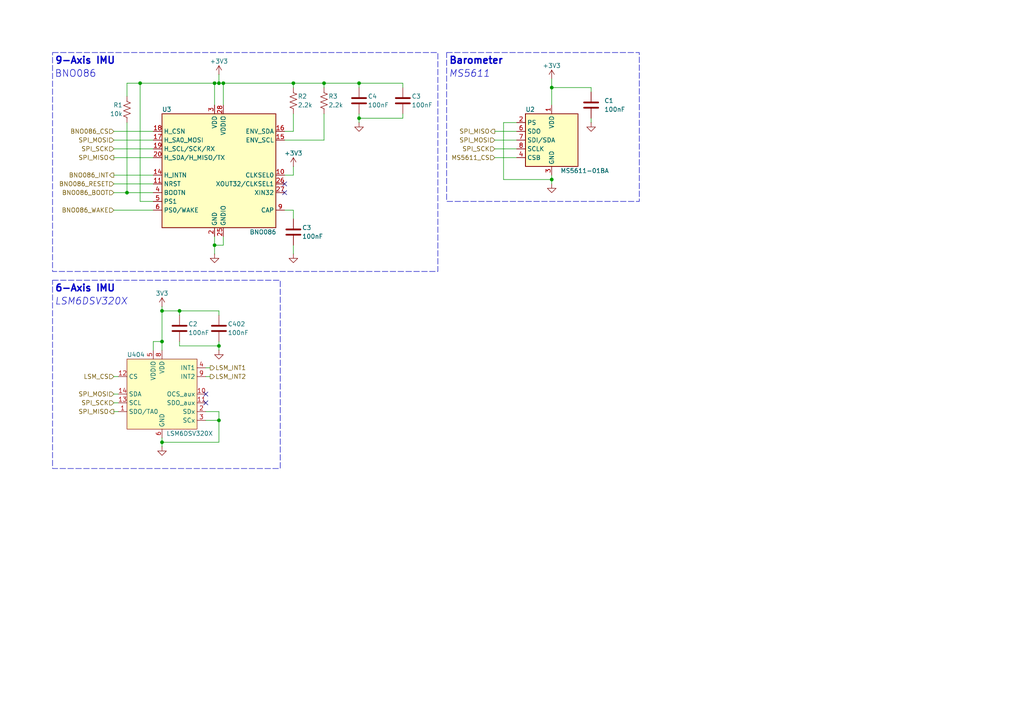
<source format=kicad_sch>
(kicad_sch
	(version 20250114)
	(generator "eeschema")
	(generator_version "9.0")
	(uuid "1955ccbe-9275-4be3-a432-8141773d96c6")
	(paper "A4")
	(title_block
		(title "MIDAS Mini Sensor Circuitry MK1")
		(date "2025-11-06")
		(rev "A")
		(company "Illinois Space Society")
		(comment 3 "Chethan Karandikar")
		(comment 4 "Contributors: Linus Mitchell, Anika Stalter, Ryan Choy, Thomas McManamen,")
	)
	(lib_symbols
		(symbol "Device:C"
			(pin_numbers
				(hide yes)
			)
			(pin_names
				(offset 0.254)
			)
			(exclude_from_sim no)
			(in_bom yes)
			(on_board yes)
			(property "Reference" "C"
				(at 0.635 2.54 0)
				(effects
					(font
						(size 1.27 1.27)
					)
					(justify left)
				)
			)
			(property "Value" "C"
				(at 0.635 -2.54 0)
				(effects
					(font
						(size 1.27 1.27)
					)
					(justify left)
				)
			)
			(property "Footprint" ""
				(at 0.9652 -3.81 0)
				(effects
					(font
						(size 1.27 1.27)
					)
					(hide yes)
				)
			)
			(property "Datasheet" "~"
				(at 0 0 0)
				(effects
					(font
						(size 1.27 1.27)
					)
					(hide yes)
				)
			)
			(property "Description" "Unpolarized capacitor"
				(at 0 0 0)
				(effects
					(font
						(size 1.27 1.27)
					)
					(hide yes)
				)
			)
			(property "ki_keywords" "cap capacitor"
				(at 0 0 0)
				(effects
					(font
						(size 1.27 1.27)
					)
					(hide yes)
				)
			)
			(property "ki_fp_filters" "C_*"
				(at 0 0 0)
				(effects
					(font
						(size 1.27 1.27)
					)
					(hide yes)
				)
			)
			(symbol "C_0_1"
				(polyline
					(pts
						(xy -2.032 0.762) (xy 2.032 0.762)
					)
					(stroke
						(width 0.508)
						(type default)
					)
					(fill
						(type none)
					)
				)
				(polyline
					(pts
						(xy -2.032 -0.762) (xy 2.032 -0.762)
					)
					(stroke
						(width 0.508)
						(type default)
					)
					(fill
						(type none)
					)
				)
			)
			(symbol "C_1_1"
				(pin passive line
					(at 0 3.81 270)
					(length 2.794)
					(name "~"
						(effects
							(font
								(size 1.27 1.27)
							)
						)
					)
					(number "1"
						(effects
							(font
								(size 1.27 1.27)
							)
						)
					)
				)
				(pin passive line
					(at 0 -3.81 90)
					(length 2.794)
					(name "~"
						(effects
							(font
								(size 1.27 1.27)
							)
						)
					)
					(number "2"
						(effects
							(font
								(size 1.27 1.27)
							)
						)
					)
				)
			)
			(embedded_fonts no)
		)
		(symbol "Device:R_US"
			(pin_numbers
				(hide yes)
			)
			(pin_names
				(offset 0)
			)
			(exclude_from_sim no)
			(in_bom yes)
			(on_board yes)
			(property "Reference" "R"
				(at 2.54 0 90)
				(effects
					(font
						(size 1.27 1.27)
					)
				)
			)
			(property "Value" "R_US"
				(at -2.54 0 90)
				(effects
					(font
						(size 1.27 1.27)
					)
				)
			)
			(property "Footprint" ""
				(at 1.016 -0.254 90)
				(effects
					(font
						(size 1.27 1.27)
					)
					(hide yes)
				)
			)
			(property "Datasheet" "~"
				(at 0 0 0)
				(effects
					(font
						(size 1.27 1.27)
					)
					(hide yes)
				)
			)
			(property "Description" "Resistor, US symbol"
				(at 0 0 0)
				(effects
					(font
						(size 1.27 1.27)
					)
					(hide yes)
				)
			)
			(property "ki_keywords" "R res resistor"
				(at 0 0 0)
				(effects
					(font
						(size 1.27 1.27)
					)
					(hide yes)
				)
			)
			(property "ki_fp_filters" "R_*"
				(at 0 0 0)
				(effects
					(font
						(size 1.27 1.27)
					)
					(hide yes)
				)
			)
			(symbol "R_US_0_1"
				(polyline
					(pts
						(xy 0 2.286) (xy 0 2.54)
					)
					(stroke
						(width 0)
						(type default)
					)
					(fill
						(type none)
					)
				)
				(polyline
					(pts
						(xy 0 2.286) (xy 1.016 1.905) (xy 0 1.524) (xy -1.016 1.143) (xy 0 0.762)
					)
					(stroke
						(width 0)
						(type default)
					)
					(fill
						(type none)
					)
				)
				(polyline
					(pts
						(xy 0 0.762) (xy 1.016 0.381) (xy 0 0) (xy -1.016 -0.381) (xy 0 -0.762)
					)
					(stroke
						(width 0)
						(type default)
					)
					(fill
						(type none)
					)
				)
				(polyline
					(pts
						(xy 0 -0.762) (xy 1.016 -1.143) (xy 0 -1.524) (xy -1.016 -1.905) (xy 0 -2.286)
					)
					(stroke
						(width 0)
						(type default)
					)
					(fill
						(type none)
					)
				)
				(polyline
					(pts
						(xy 0 -2.286) (xy 0 -2.54)
					)
					(stroke
						(width 0)
						(type default)
					)
					(fill
						(type none)
					)
				)
			)
			(symbol "R_US_1_1"
				(pin passive line
					(at 0 3.81 270)
					(length 1.27)
					(name "~"
						(effects
							(font
								(size 1.27 1.27)
							)
						)
					)
					(number "1"
						(effects
							(font
								(size 1.27 1.27)
							)
						)
					)
				)
				(pin passive line
					(at 0 -3.81 90)
					(length 1.27)
					(name "~"
						(effects
							(font
								(size 1.27 1.27)
							)
						)
					)
					(number "2"
						(effects
							(font
								(size 1.27 1.27)
							)
						)
					)
				)
			)
			(embedded_fonts no)
		)
		(symbol "Sensor_Pressure:MS5611-01BA"
			(exclude_from_sim no)
			(in_bom yes)
			(on_board yes)
			(property "Reference" "U2"
				(at 20.828 -2.794 0)
				(effects
					(font
						(size 1.27 1.27)
					)
					(justify left)
				)
			)
			(property "Value" "MS5611-01BA"
				(at 20.574 -5.334 0)
				(effects
					(font
						(size 1.27 1.27)
					)
					(justify left)
				)
			)
			(property "Footprint" "Package_LGA:LGA-8_3x5mm_P1.25mm"
				(at 3.556 -13.97 0)
				(effects
					(font
						(size 1.27 1.27)
					)
					(hide yes)
				)
			)
			(property "Datasheet" "https://www.te.com/commerce/DocumentDelivery/DDEController?Action=srchrtrv&DocNm=MS5611-01BA03&DocType=Data+Sheet&DocLang=English"
				(at 1.778 -14.478 0)
				(effects
					(font
						(size 1.27 1.27)
					)
					(hide yes)
				)
			)
			(property "Description" "Barometric pressure sensor, 10cm resolution, 10 to 1200 mbar, I2C and SPI interface up to 20MHz, LGA-8"
				(at -1.016 -14.224 0)
				(effects
					(font
						(size 1.27 1.27)
					)
					(hide yes)
				)
			)
			(property "ki_keywords" "pressure SPI I2C"
				(at 0 0 0)
				(effects
					(font
						(size 1.27 1.27)
					)
					(hide yes)
				)
			)
			(property "ki_fp_filters" "LGA*3x5mm*P1.25mm*"
				(at 0 0 0)
				(effects
					(font
						(size 1.27 1.27)
					)
					(hide yes)
				)
			)
			(symbol "MS5611-01BA_0_1"
				(rectangle
					(start -7.62 7.62)
					(end 7.62 -7.62)
					(stroke
						(width 0.254)
						(type default)
					)
					(fill
						(type background)
					)
				)
			)
			(symbol "MS5611-01BA_1_1"
				(pin input line
					(at -10.16 5.08 0)
					(length 2.54)
					(name "PS"
						(effects
							(font
								(size 1.27 1.27)
							)
						)
					)
					(number "2"
						(effects
							(font
								(size 1.27 1.27)
							)
						)
					)
				)
				(pin output line
					(at -10.16 2.54 0)
					(length 2.54)
					(name "SDO"
						(effects
							(font
								(size 1.27 1.27)
							)
						)
					)
					(number "6"
						(effects
							(font
								(size 1.27 1.27)
							)
						)
					)
				)
				(pin bidirectional line
					(at -10.16 0 0)
					(length 2.54)
					(name "SDI/SDA"
						(effects
							(font
								(size 1.27 1.27)
							)
						)
					)
					(number "7"
						(effects
							(font
								(size 1.27 1.27)
							)
						)
					)
				)
				(pin input line
					(at -10.16 -2.54 0)
					(length 2.54)
					(name "SCLK"
						(effects
							(font
								(size 1.27 1.27)
							)
						)
					)
					(number "8"
						(effects
							(font
								(size 1.27 1.27)
							)
						)
					)
				)
				(pin input line
					(at -10.16 -5.08 0)
					(length 2.54)
					(name "CSB"
						(effects
							(font
								(size 1.27 1.27)
							)
						)
					)
					(number "4"
						(effects
							(font
								(size 1.27 1.27)
							)
						)
					)
				)
				(pin input line
					(at -10.16 -5.08 0)
					(length 2.54)
					(hide yes)
					(name "CSB"
						(effects
							(font
								(size 1.27 1.27)
							)
						)
					)
					(number "5"
						(effects
							(font
								(size 1.27 1.27)
							)
						)
					)
				)
				(pin power_in line
					(at 0 10.16 270)
					(length 2.54)
					(name "VDD"
						(effects
							(font
								(size 1.27 1.27)
							)
						)
					)
					(number "1"
						(effects
							(font
								(size 1.27 1.27)
							)
						)
					)
				)
				(pin power_in line
					(at 0 -10.16 90)
					(length 2.54)
					(name "GND"
						(effects
							(font
								(size 1.27 1.27)
							)
						)
					)
					(number "3"
						(effects
							(font
								(size 1.27 1.27)
							)
						)
					)
				)
			)
			(embedded_fonts no)
		)
		(symbol "Sensors_Motion_CEVA:BNO086"
			(exclude_from_sim no)
			(in_bom yes)
			(on_board yes)
			(property "Reference" "U"
				(at -15.24 16.51 0)
				(effects
					(font
						(size 1.27 1.27)
					)
					(justify left)
				)
			)
			(property "Value" "BNO086"
				(at 17.78 16.51 0)
				(effects
					(font
						(size 1.27 1.27)
					)
					(justify right)
				)
			)
			(property "Footprint" "Package_LGA:LGA-28_5.2x3.8mm_P0.5mm"
				(at 0 -25.4 0)
				(effects
					(font
						(size 1.27 1.27)
					)
					(hide yes)
				)
			)
			(property "Datasheet" "https://www.ceva-dsp.com/wp-content/uploads/2019/10/BNO080_085-Datasheet.pdf"
				(at 0 -22.86 0)
				(effects
					(font
						(size 1.27 1.27)
					)
					(hide yes)
				)
			)
			(property "Description" "9-Axis Absolute Orientation Sensor: Accelerometer, Gyroscope, Magnetometer"
				(at 0 0 0)
				(effects
					(font
						(size 1.27 1.27)
					)
					(hide yes)
				)
			)
			(property "ki_keywords" "IMU Accelerometer Gyroscope Magnetometer Sensor 9DOF 9-Axis"
				(at 0 0 0)
				(effects
					(font
						(size 1.27 1.27)
					)
					(hide yes)
				)
			)
			(symbol "BNO086_1_0"
				(pin no_connect line
					(at 20.32 -15.24 180)
					(length 2.54)
					(hide yes)
					(name "RESV_NC"
						(effects
							(font
								(size 1.27 1.27)
							)
						)
					)
					(number "1"
						(effects
							(font
								(size 1.27 1.27)
							)
						)
					)
				)
				(pin no_connect line
					(at 20.32 -15.24 180)
					(length 2.54)
					(hide yes)
					(name "RESV_NC"
						(effects
							(font
								(size 1.27 1.27)
							)
						)
					)
					(number "12"
						(effects
							(font
								(size 1.27 1.27)
							)
						)
					)
				)
				(pin no_connect line
					(at 20.32 -15.24 180)
					(length 2.54)
					(hide yes)
					(name "RESV_NC"
						(effects
							(font
								(size 1.27 1.27)
							)
						)
					)
					(number "13"
						(effects
							(font
								(size 1.27 1.27)
							)
						)
					)
				)
				(pin no_connect line
					(at 20.32 -15.24 180)
					(length 2.54)
					(hide yes)
					(name "RESV_NC"
						(effects
							(font
								(size 1.27 1.27)
							)
						)
					)
					(number "21"
						(effects
							(font
								(size 1.27 1.27)
							)
						)
					)
				)
				(pin no_connect line
					(at 20.32 -15.24 180)
					(length 2.54)
					(hide yes)
					(name "RESV_NC"
						(effects
							(font
								(size 1.27 1.27)
							)
						)
					)
					(number "22"
						(effects
							(font
								(size 1.27 1.27)
							)
						)
					)
				)
				(pin no_connect line
					(at 20.32 -15.24 180)
					(length 2.54)
					(hide yes)
					(name "RESV_NC"
						(effects
							(font
								(size 1.27 1.27)
							)
						)
					)
					(number "23"
						(effects
							(font
								(size 1.27 1.27)
							)
						)
					)
				)
				(pin no_connect line
					(at 20.32 -15.24 180)
					(length 2.54)
					(hide yes)
					(name "RESV_NC"
						(effects
							(font
								(size 1.27 1.27)
							)
						)
					)
					(number "24"
						(effects
							(font
								(size 1.27 1.27)
							)
						)
					)
				)
				(pin no_connect line
					(at 20.32 -15.24 180)
					(length 2.54)
					(hide yes)
					(name "RESV_NC"
						(effects
							(font
								(size 1.27 1.27)
							)
						)
					)
					(number "7"
						(effects
							(font
								(size 1.27 1.27)
							)
						)
					)
				)
				(pin no_connect line
					(at 20.32 -15.24 180)
					(length 2.54)
					(hide yes)
					(name "RESV_NC"
						(effects
							(font
								(size 1.27 1.27)
							)
						)
					)
					(number "8"
						(effects
							(font
								(size 1.27 1.27)
							)
						)
					)
				)
			)
			(symbol "BNO086_1_1"
				(rectangle
					(start -15.24 15.24)
					(end 17.78 -17.78)
					(stroke
						(width 0.254)
						(type default)
					)
					(fill
						(type background)
					)
				)
				(pin input line
					(at -17.78 10.16 0)
					(length 2.54)
					(name "H_CSN"
						(effects
							(font
								(size 1.27 1.27)
							)
						)
					)
					(number "18"
						(effects
							(font
								(size 1.27 1.27)
							)
						)
					)
				)
				(pin input line
					(at -17.78 7.62 0)
					(length 2.54)
					(name "H_SA0_MOSI"
						(effects
							(font
								(size 1.27 1.27)
							)
						)
					)
					(number "17"
						(effects
							(font
								(size 1.27 1.27)
							)
						)
					)
				)
				(pin bidirectional line
					(at -17.78 5.08 0)
					(length 2.54)
					(name "H_SCL/SCK/RX"
						(effects
							(font
								(size 1.27 1.27)
							)
						)
					)
					(number "19"
						(effects
							(font
								(size 1.27 1.27)
							)
						)
					)
				)
				(pin bidirectional line
					(at -17.78 2.54 0)
					(length 2.54)
					(name "H_SDA/H_MISO/TX"
						(effects
							(font
								(size 1.27 1.27)
							)
						)
					)
					(number "20"
						(effects
							(font
								(size 1.27 1.27)
							)
						)
					)
				)
				(pin output line
					(at -17.78 -2.54 0)
					(length 2.54)
					(name "H_INTN"
						(effects
							(font
								(size 1.27 1.27)
							)
						)
					)
					(number "14"
						(effects
							(font
								(size 1.27 1.27)
							)
						)
					)
				)
				(pin input line
					(at -17.78 -5.08 0)
					(length 2.54)
					(name "NRST"
						(effects
							(font
								(size 1.27 1.27)
							)
						)
					)
					(number "11"
						(effects
							(font
								(size 1.27 1.27)
							)
						)
					)
				)
				(pin input line
					(at -17.78 -7.62 0)
					(length 2.54)
					(name "BOOTN"
						(effects
							(font
								(size 1.27 1.27)
							)
						)
					)
					(number "4"
						(effects
							(font
								(size 1.27 1.27)
							)
						)
					)
				)
				(pin input line
					(at -17.78 -10.16 0)
					(length 2.54)
					(name "PS1"
						(effects
							(font
								(size 1.27 1.27)
							)
						)
					)
					(number "5"
						(effects
							(font
								(size 1.27 1.27)
							)
						)
					)
				)
				(pin input line
					(at -17.78 -12.7 0)
					(length 2.54)
					(name "PS0/WAKE"
						(effects
							(font
								(size 1.27 1.27)
							)
						)
					)
					(number "6"
						(effects
							(font
								(size 1.27 1.27)
							)
						)
					)
				)
				(pin power_in line
					(at 0 17.78 270)
					(length 2.54)
					(name "VDD"
						(effects
							(font
								(size 1.27 1.27)
							)
						)
					)
					(number "3"
						(effects
							(font
								(size 1.27 1.27)
							)
						)
					)
				)
				(pin power_in line
					(at 0 -20.32 90)
					(length 2.54)
					(name "GND"
						(effects
							(font
								(size 1.27 1.27)
							)
						)
					)
					(number "2"
						(effects
							(font
								(size 1.27 1.27)
							)
						)
					)
				)
				(pin power_in line
					(at 2.54 17.78 270)
					(length 2.54)
					(name "VDDIO"
						(effects
							(font
								(size 1.27 1.27)
							)
						)
					)
					(number "28"
						(effects
							(font
								(size 1.27 1.27)
							)
						)
					)
				)
				(pin power_in line
					(at 2.54 -20.32 90)
					(length 2.54)
					(name "GNDIO"
						(effects
							(font
								(size 1.27 1.27)
							)
						)
					)
					(number "25"
						(effects
							(font
								(size 1.27 1.27)
							)
						)
					)
				)
				(pin bidirectional line
					(at 20.32 10.16 180)
					(length 2.54)
					(name "ENV_SDA"
						(effects
							(font
								(size 1.27 1.27)
							)
						)
					)
					(number "16"
						(effects
							(font
								(size 1.27 1.27)
							)
						)
					)
				)
				(pin bidirectional line
					(at 20.32 7.62 180)
					(length 2.54)
					(name "ENV_SCL"
						(effects
							(font
								(size 1.27 1.27)
							)
						)
					)
					(number "15"
						(effects
							(font
								(size 1.27 1.27)
							)
						)
					)
				)
				(pin input line
					(at 20.32 -2.54 180)
					(length 2.54)
					(name "CLKSEL0"
						(effects
							(font
								(size 1.27 1.27)
							)
						)
					)
					(number "10"
						(effects
							(font
								(size 1.27 1.27)
							)
						)
					)
				)
				(pin output line
					(at 20.32 -5.08 180)
					(length 2.54)
					(name "XOUT32/CLKSEL1"
						(effects
							(font
								(size 1.27 1.27)
							)
						)
					)
					(number "26"
						(effects
							(font
								(size 1.27 1.27)
							)
						)
					)
				)
				(pin input line
					(at 20.32 -7.62 180)
					(length 2.54)
					(name "XIN32"
						(effects
							(font
								(size 1.27 1.27)
							)
						)
					)
					(number "27"
						(effects
							(font
								(size 1.27 1.27)
							)
						)
					)
				)
				(pin passive line
					(at 20.32 -12.7 180)
					(length 2.54)
					(name "CAP"
						(effects
							(font
								(size 1.27 1.27)
							)
						)
					)
					(number "9"
						(effects
							(font
								(size 1.27 1.27)
							)
						)
					)
				)
			)
			(embedded_fonts no)
		)
		(symbol "Sensors_Motion_STM:LSM6DSV320X"
			(exclude_from_sim no)
			(in_bom yes)
			(on_board yes)
			(property "Reference" "U"
				(at -10.16 11.43 0)
				(effects
					(font
						(size 1.27 1.27)
					)
				)
			)
			(property "Value" "LSM6DSV320X"
				(at 8.89 -11.43 0)
				(effects
					(font
						(size 1.27 1.27)
					)
				)
			)
			(property "Footprint" "Package_LGA:LGA-14_3x2.5mm_P0.5mm_LayoutBorder3x4y"
				(at 0 -25.4 0)
				(effects
					(font
						(size 1.27 1.27)
					)
					(hide yes)
				)
			)
			(property "Datasheet" "https://www.st.com/resource/en/datasheet/lsm6dsv320x.pdf"
				(at 0 -25.4 0)
				(effects
					(font
						(size 1.27 1.27)
					)
					(hide yes)
				)
			)
			(property "Description" "6-axis IMU with dual accelerometer up to 320g I2C/SPI"
				(at 0 -25.4 0)
				(effects
					(font
						(size 1.27 1.27)
					)
					(hide yes)
				)
			)
			(property "ki_keywords" "LSM6DSV320X I2C SPI 6-axis IMU Accelerometer 320g"
				(at 0 0 0)
				(effects
					(font
						(size 1.27 1.27)
					)
					(hide yes)
				)
			)
			(symbol "LSM6DSV320X_0_0"
				(pin input line
					(at -12.7 5.08 0)
					(length 2.54)
					(name "CS"
						(effects
							(font
								(size 1.27 1.27)
							)
						)
					)
					(number "12"
						(effects
							(font
								(size 1.27 1.27)
							)
						)
					)
				)
				(pin bidirectional line
					(at -12.7 0 0)
					(length 2.54)
					(name "SDA"
						(effects
							(font
								(size 1.27 1.27)
							)
						)
					)
					(number "14"
						(effects
							(font
								(size 1.27 1.27)
							)
						)
					)
				)
				(pin input line
					(at -12.7 -2.54 0)
					(length 2.54)
					(name "SCL"
						(effects
							(font
								(size 1.27 1.27)
							)
						)
					)
					(number "13"
						(effects
							(font
								(size 1.27 1.27)
							)
						)
					)
				)
				(pin bidirectional line
					(at -12.7 -5.08 0)
					(length 2.54)
					(name "SDO/TA0"
						(effects
							(font
								(size 1.27 1.27)
							)
						)
					)
					(number "1"
						(effects
							(font
								(size 1.27 1.27)
							)
						)
					)
				)
				(pin power_in line
					(at -2.54 12.7 270)
					(length 2.54)
					(name "VDDIO"
						(effects
							(font
								(size 1.27 1.27)
							)
						)
					)
					(number "5"
						(effects
							(font
								(size 1.27 1.27)
							)
						)
					)
				)
				(pin power_in line
					(at 0 12.7 270)
					(length 2.54)
					(name "VDD"
						(effects
							(font
								(size 1.27 1.27)
							)
						)
					)
					(number "8"
						(effects
							(font
								(size 1.27 1.27)
							)
						)
					)
				)
				(pin power_in line
					(at 0 -12.7 90)
					(length 2.54)
					(name "GND"
						(effects
							(font
								(size 1.27 1.27)
							)
						)
					)
					(number "6"
						(effects
							(font
								(size 1.27 1.27)
							)
						)
					)
				)
				(pin output line
					(at 12.7 7.62 180)
					(length 2.54)
					(name "INT1"
						(effects
							(font
								(size 1.27 1.27)
							)
						)
					)
					(number "4"
						(effects
							(font
								(size 1.27 1.27)
							)
						)
					)
				)
				(pin output line
					(at 12.7 5.08 180)
					(length 2.54)
					(name "INT2"
						(effects
							(font
								(size 1.27 1.27)
							)
						)
					)
					(number "9"
						(effects
							(font
								(size 1.27 1.27)
							)
						)
					)
				)
				(pin passive line
					(at 12.7 0 180)
					(length 2.54)
					(name "OCS_aux"
						(effects
							(font
								(size 1.27 1.27)
							)
						)
					)
					(number "10"
						(effects
							(font
								(size 1.27 1.27)
							)
						)
					)
				)
				(pin passive line
					(at 12.7 -2.54 180)
					(length 2.54)
					(name "SDO_aux"
						(effects
							(font
								(size 1.27 1.27)
							)
						)
					)
					(number "11"
						(effects
							(font
								(size 1.27 1.27)
							)
						)
					)
				)
				(pin bidirectional line
					(at 12.7 -5.08 180)
					(length 2.54)
					(name "SDx"
						(effects
							(font
								(size 1.27 1.27)
							)
						)
					)
					(number "2"
						(effects
							(font
								(size 1.27 1.27)
							)
						)
					)
				)
				(pin input line
					(at 12.7 -7.62 180)
					(length 2.54)
					(name "SCx"
						(effects
							(font
								(size 1.27 1.27)
							)
						)
					)
					(number "3"
						(effects
							(font
								(size 1.27 1.27)
							)
						)
					)
				)
			)
			(symbol "LSM6DSV320X_1_0"
				(pin passive line
					(at 0 -12.7 90)
					(length 2.54)
					(hide yes)
					(name "GND"
						(effects
							(font
								(size 1.27 1.27)
							)
						)
					)
					(number "7"
						(effects
							(font
								(size 1.27 1.27)
							)
						)
					)
				)
			)
			(symbol "LSM6DSV320X_1_1"
				(rectangle
					(start -10.16 10.16)
					(end 10.16 -10.16)
					(stroke
						(width 0)
						(type solid)
					)
					(fill
						(type background)
					)
				)
			)
			(embedded_fonts no)
		)
		(symbol "power:+3.3V"
			(power)
			(pin_numbers
				(hide yes)
			)
			(pin_names
				(offset 0)
				(hide yes)
			)
			(exclude_from_sim no)
			(in_bom yes)
			(on_board yes)
			(property "Reference" "#PWR"
				(at 0 -3.81 0)
				(effects
					(font
						(size 1.27 1.27)
					)
					(hide yes)
				)
			)
			(property "Value" "+3.3V"
				(at 0 3.556 0)
				(effects
					(font
						(size 1.27 1.27)
					)
				)
			)
			(property "Footprint" ""
				(at 0 0 0)
				(effects
					(font
						(size 1.27 1.27)
					)
					(hide yes)
				)
			)
			(property "Datasheet" ""
				(at 0 0 0)
				(effects
					(font
						(size 1.27 1.27)
					)
					(hide yes)
				)
			)
			(property "Description" "Power symbol creates a global label with name \"+3.3V\""
				(at 0 0 0)
				(effects
					(font
						(size 1.27 1.27)
					)
					(hide yes)
				)
			)
			(property "ki_keywords" "global power"
				(at 0 0 0)
				(effects
					(font
						(size 1.27 1.27)
					)
					(hide yes)
				)
			)
			(symbol "+3.3V_0_1"
				(polyline
					(pts
						(xy -0.762 1.27) (xy 0 2.54)
					)
					(stroke
						(width 0)
						(type default)
					)
					(fill
						(type none)
					)
				)
				(polyline
					(pts
						(xy 0 2.54) (xy 0.762 1.27)
					)
					(stroke
						(width 0)
						(type default)
					)
					(fill
						(type none)
					)
				)
				(polyline
					(pts
						(xy 0 0) (xy 0 2.54)
					)
					(stroke
						(width 0)
						(type default)
					)
					(fill
						(type none)
					)
				)
			)
			(symbol "+3.3V_1_1"
				(pin power_in line
					(at 0 0 90)
					(length 0)
					(name "~"
						(effects
							(font
								(size 1.27 1.27)
							)
						)
					)
					(number "1"
						(effects
							(font
								(size 1.27 1.27)
							)
						)
					)
				)
			)
			(embedded_fonts no)
		)
		(symbol "power:+3V3"
			(power)
			(pin_numbers
				(hide yes)
			)
			(pin_names
				(offset 0)
				(hide yes)
			)
			(exclude_from_sim no)
			(in_bom yes)
			(on_board yes)
			(property "Reference" "#PWR"
				(at 0 -3.81 0)
				(effects
					(font
						(size 1.27 1.27)
					)
					(hide yes)
				)
			)
			(property "Value" "+3V3"
				(at 0 3.556 0)
				(effects
					(font
						(size 1.27 1.27)
					)
				)
			)
			(property "Footprint" ""
				(at 0 0 0)
				(effects
					(font
						(size 1.27 1.27)
					)
					(hide yes)
				)
			)
			(property "Datasheet" ""
				(at 0 0 0)
				(effects
					(font
						(size 1.27 1.27)
					)
					(hide yes)
				)
			)
			(property "Description" "Power symbol creates a global label with name \"+3V3\""
				(at 0 0 0)
				(effects
					(font
						(size 1.27 1.27)
					)
					(hide yes)
				)
			)
			(property "ki_keywords" "global power"
				(at 0 0 0)
				(effects
					(font
						(size 1.27 1.27)
					)
					(hide yes)
				)
			)
			(symbol "+3V3_0_1"
				(polyline
					(pts
						(xy -0.762 1.27) (xy 0 2.54)
					)
					(stroke
						(width 0)
						(type default)
					)
					(fill
						(type none)
					)
				)
				(polyline
					(pts
						(xy 0 2.54) (xy 0.762 1.27)
					)
					(stroke
						(width 0)
						(type default)
					)
					(fill
						(type none)
					)
				)
				(polyline
					(pts
						(xy 0 0) (xy 0 2.54)
					)
					(stroke
						(width 0)
						(type default)
					)
					(fill
						(type none)
					)
				)
			)
			(symbol "+3V3_1_1"
				(pin power_in line
					(at 0 0 90)
					(length 0)
					(name "~"
						(effects
							(font
								(size 1.27 1.27)
							)
						)
					)
					(number "1"
						(effects
							(font
								(size 1.27 1.27)
							)
						)
					)
				)
			)
			(embedded_fonts no)
		)
		(symbol "power:GND"
			(power)
			(pin_numbers
				(hide yes)
			)
			(pin_names
				(offset 0)
				(hide yes)
			)
			(exclude_from_sim no)
			(in_bom yes)
			(on_board yes)
			(property "Reference" "#PWR"
				(at 0 -6.35 0)
				(effects
					(font
						(size 1.27 1.27)
					)
					(hide yes)
				)
			)
			(property "Value" "GND"
				(at 0 -3.81 0)
				(effects
					(font
						(size 1.27 1.27)
					)
				)
			)
			(property "Footprint" ""
				(at 0 0 0)
				(effects
					(font
						(size 1.27 1.27)
					)
					(hide yes)
				)
			)
			(property "Datasheet" ""
				(at 0 0 0)
				(effects
					(font
						(size 1.27 1.27)
					)
					(hide yes)
				)
			)
			(property "Description" "Power symbol creates a global label with name \"GND\" , ground"
				(at 0 0 0)
				(effects
					(font
						(size 1.27 1.27)
					)
					(hide yes)
				)
			)
			(property "ki_keywords" "global power"
				(at 0 0 0)
				(effects
					(font
						(size 1.27 1.27)
					)
					(hide yes)
				)
			)
			(symbol "GND_0_1"
				(polyline
					(pts
						(xy 0 0) (xy 0 -1.27) (xy 1.27 -1.27) (xy 0 -2.54) (xy -1.27 -1.27) (xy 0 -1.27)
					)
					(stroke
						(width 0)
						(type default)
					)
					(fill
						(type none)
					)
				)
			)
			(symbol "GND_1_1"
				(pin power_in line
					(at 0 0 270)
					(length 0)
					(name "~"
						(effects
							(font
								(size 1.27 1.27)
							)
						)
					)
					(number "1"
						(effects
							(font
								(size 1.27 1.27)
							)
						)
					)
				)
			)
			(embedded_fonts no)
		)
	)
	(rectangle
		(start 129.54 15.24)
		(end 185.42 58.42)
		(stroke
			(width 0)
			(type dash)
		)
		(fill
			(type none)
		)
		(uuid 89b6d57a-4489-4131-90d4-93813f9c3bda)
	)
	(rectangle
		(start 15.24 81.28)
		(end 81.28 135.89)
		(stroke
			(width 0)
			(type dash)
		)
		(fill
			(type none)
		)
		(uuid 8bb3b40c-f4e9-4689-a669-72cb0003dc4e)
	)
	(rectangle
		(start 15.24 15.24)
		(end 127 78.74)
		(stroke
			(width 0)
			(type dash)
		)
		(fill
			(type none)
		)
		(uuid ffbd32d8-2fa2-4107-8eb0-a2cae539b7d3)
	)
	(text "LSM6DSV320X\n"
		(exclude_from_sim no)
		(at 15.875 86.36 0)
		(effects
			(font
				(size 2 2)
				(italic yes)
			)
			(justify left top)
		)
		(uuid "292f850a-e413-45d2-aafb-f91e4c027967")
	)
	(text "MS5611\n"
		(exclude_from_sim no)
		(at 130.175 20.32 0)
		(effects
			(font
				(size 2 2)
				(italic yes)
			)
			(justify left top)
		)
		(uuid "42be349c-3bb7-4116-a159-01dd7bdd545a")
	)
	(text "9-Axis IMU"
		(exclude_from_sim no)
		(at 15.875 16.51 0)
		(effects
			(font
				(size 2 2)
				(thickness 0.4)
				(bold yes)
			)
			(justify left top)
		)
		(uuid "43ccc919-1944-43e1-8ae8-aad0bb83bafe")
	)
	(text "6-Axis IMU"
		(exclude_from_sim no)
		(at 15.875 82.55 0)
		(effects
			(font
				(size 2 2)
				(thickness 0.4)
				(bold yes)
			)
			(justify left top)
		)
		(uuid "76812332-f78d-42e6-983c-a97058daa279")
	)
	(text "Barometer\n"
		(exclude_from_sim no)
		(at 130.175 16.51 0)
		(effects
			(font
				(size 2 2)
				(thickness 0.4)
				(bold yes)
			)
			(justify left top)
		)
		(uuid "f3725e53-d43b-4da7-9353-0b492df1d24d")
	)
	(text "BNO086"
		(exclude_from_sim no)
		(at 15.875 20.32 0)
		(effects
			(font
				(size 2 2)
			)
			(justify left top)
		)
		(uuid "f46efa1e-8578-412f-80bc-dd3a3294a952")
	)
	(junction
		(at 46.99 90.17)
		(diameter 0)
		(color 0 0 0 0)
		(uuid "096693ce-a347-41a4-943d-34229d6496d2")
	)
	(junction
		(at 52.07 90.17)
		(diameter 0)
		(color 0 0 0 0)
		(uuid "0eec02ad-383e-4bf3-b916-1828ec95dd84")
	)
	(junction
		(at 160.02 25.4)
		(diameter 0)
		(color 0 0 0 0)
		(uuid "14230a0b-cf5a-4fdc-88bf-4509dc81d43d")
	)
	(junction
		(at 85.09 24.13)
		(diameter 0)
		(color 0 0 0 0)
		(uuid "1a0c2203-2e74-4a0e-9b4b-3dcdb2a270dc")
	)
	(junction
		(at 62.23 71.12)
		(diameter 0)
		(color 0 0 0 0)
		(uuid "215ddbd6-53f9-44a8-aa21-bc7582655c28")
	)
	(junction
		(at 104.14 34.29)
		(diameter 0)
		(color 0 0 0 0)
		(uuid "2881141a-3f7b-4021-9f6b-a63c920769de")
	)
	(junction
		(at 40.64 24.13)
		(diameter 0)
		(color 0 0 0 0)
		(uuid "2db1feed-cd6e-4dcd-b882-f9eafaae8280")
	)
	(junction
		(at 63.5 24.13)
		(diameter 0)
		(color 0 0 0 0)
		(uuid "3e4b4087-1bd8-47e5-81b0-34675414d09a")
	)
	(junction
		(at 46.99 128.27)
		(diameter 0)
		(color 0 0 0 0)
		(uuid "477d6338-80d6-4cc4-9756-6be55458d862")
	)
	(junction
		(at 104.14 24.13)
		(diameter 0)
		(color 0 0 0 0)
		(uuid "5b17f1a4-ca15-489a-bb68-7a3c9747e5b4")
	)
	(junction
		(at 93.98 24.13)
		(diameter 0)
		(color 0 0 0 0)
		(uuid "6a731031-1274-4c01-b01e-05b00f4f0517")
	)
	(junction
		(at 64.77 24.13)
		(diameter 0)
		(color 0 0 0 0)
		(uuid "6ec21614-4fe6-4443-b1f5-f82ad0250745")
	)
	(junction
		(at 62.23 24.13)
		(diameter 0)
		(color 0 0 0 0)
		(uuid "73d713fa-7001-4690-b2db-b1b0c6267c83")
	)
	(junction
		(at 160.02 52.07)
		(diameter 0)
		(color 0 0 0 0)
		(uuid "8ccfaddd-e733-4c1a-b0b7-6b06b6bc517e")
	)
	(junction
		(at 63.5 100.33)
		(diameter 0)
		(color 0 0 0 0)
		(uuid "a025c98a-e1e4-4751-8d07-04ece84af159")
	)
	(junction
		(at 36.83 55.88)
		(diameter 0)
		(color 0 0 0 0)
		(uuid "b799b8d3-ec4d-4fe8-9d50-2c332f5f7e92")
	)
	(junction
		(at 46.99 99.06)
		(diameter 0)
		(color 0 0 0 0)
		(uuid "be98b210-c0c3-4653-8a72-459829507eee")
	)
	(junction
		(at 63.5 121.92)
		(diameter 0)
		(color 0 0 0 0)
		(uuid "f22d8ac7-0fb6-4592-a08e-273811b9b932")
	)
	(no_connect
		(at 82.55 55.88)
		(uuid "19ae8ec3-9110-4838-ab11-b775f6ddba3e")
	)
	(no_connect
		(at 82.55 53.34)
		(uuid "55c02e82-efeb-43e0-bc91-706b00e0215e")
	)
	(no_connect
		(at 59.69 116.84)
		(uuid "7a9788e4-aeae-40e0-b275-a7f55e54af80")
	)
	(no_connect
		(at 59.69 114.3)
		(uuid "ad05034a-4b02-4fb6-b412-4519c907c2bf")
	)
	(wire
		(pts
			(xy 160.02 50.8) (xy 160.02 52.07)
		)
		(stroke
			(width 0)
			(type default)
		)
		(uuid "005b7dc7-f01f-439c-ad93-e3b204a633c7")
	)
	(wire
		(pts
			(xy 64.77 24.13) (xy 63.5 24.13)
		)
		(stroke
			(width 0)
			(type default)
		)
		(uuid "010c8dc3-6f9e-40a5-9be5-12d5f8b93357")
	)
	(wire
		(pts
			(xy 63.5 121.92) (xy 63.5 119.38)
		)
		(stroke
			(width 0)
			(type default)
		)
		(uuid "01a60e3e-1745-4afc-9d2b-067b33790346")
	)
	(wire
		(pts
			(xy 36.83 27.94) (xy 36.83 24.13)
		)
		(stroke
			(width 0)
			(type default)
		)
		(uuid "02cf9b70-575c-4e4e-aa64-be9ef38ad0d0")
	)
	(wire
		(pts
			(xy 143.51 43.18) (xy 149.86 43.18)
		)
		(stroke
			(width 0)
			(type default)
		)
		(uuid "03cdef14-4250-4a77-b820-cbef202a4557")
	)
	(wire
		(pts
			(xy 62.23 68.58) (xy 62.23 71.12)
		)
		(stroke
			(width 0)
			(type default)
		)
		(uuid "07c144cc-a957-460b-861b-3a9f144ef3ce")
	)
	(wire
		(pts
			(xy 46.99 128.27) (xy 46.99 129.54)
		)
		(stroke
			(width 0)
			(type default)
		)
		(uuid "07e9791f-1de1-46d1-b718-8d7c849d15f3")
	)
	(wire
		(pts
			(xy 82.55 50.8) (xy 85.09 50.8)
		)
		(stroke
			(width 0)
			(type default)
		)
		(uuid "0f9efa44-eb60-4e36-80e0-1256e0be7101")
	)
	(wire
		(pts
			(xy 59.69 106.68) (xy 60.96 106.68)
		)
		(stroke
			(width 0)
			(type default)
		)
		(uuid "14dc8971-2048-4bdf-a9d2-7e375f97f8dc")
	)
	(wire
		(pts
			(xy 160.02 25.4) (xy 171.45 25.4)
		)
		(stroke
			(width 0)
			(type default)
		)
		(uuid "169d412a-8d1a-47b2-a7e0-cacc6df80341")
	)
	(wire
		(pts
			(xy 85.09 50.8) (xy 85.09 48.26)
		)
		(stroke
			(width 0)
			(type default)
		)
		(uuid "1b2d44bf-71a6-433b-9f65-3587263ebaae")
	)
	(wire
		(pts
			(xy 104.14 24.13) (xy 116.84 24.13)
		)
		(stroke
			(width 0)
			(type default)
		)
		(uuid "1b9f33e9-4faa-4954-8403-45c8bed03d20")
	)
	(wire
		(pts
			(xy 33.02 38.1) (xy 44.45 38.1)
		)
		(stroke
			(width 0)
			(type default)
		)
		(uuid "1bf10ee4-d2f4-49a7-adbf-42c0c3f45dda")
	)
	(wire
		(pts
			(xy 63.5 119.38) (xy 59.69 119.38)
		)
		(stroke
			(width 0)
			(type default)
		)
		(uuid "1fca6a8a-96cd-4ca4-98c9-bf184df2e5c0")
	)
	(wire
		(pts
			(xy 46.99 127) (xy 46.99 128.27)
		)
		(stroke
			(width 0)
			(type default)
		)
		(uuid "218b1fb9-3550-4a44-a3d0-7d4be86a9041")
	)
	(wire
		(pts
			(xy 64.77 24.13) (xy 85.09 24.13)
		)
		(stroke
			(width 0)
			(type default)
		)
		(uuid "2428eabc-ae1a-45b8-bc0d-4b479a172411")
	)
	(wire
		(pts
			(xy 36.83 35.56) (xy 36.83 55.88)
		)
		(stroke
			(width 0)
			(type default)
		)
		(uuid "28017726-7230-42c9-9f7d-4ab3565a0ad0")
	)
	(wire
		(pts
			(xy 33.02 60.96) (xy 44.45 60.96)
		)
		(stroke
			(width 0)
			(type default)
		)
		(uuid "2b539410-af2d-487e-a107-5a8506ed315b")
	)
	(wire
		(pts
			(xy 33.02 53.34) (xy 44.45 53.34)
		)
		(stroke
			(width 0)
			(type default)
		)
		(uuid "3212d4cb-0989-43e6-94f2-8c9acbbad6ec")
	)
	(wire
		(pts
			(xy 160.02 25.4) (xy 160.02 30.48)
		)
		(stroke
			(width 0)
			(type default)
		)
		(uuid "356ae93f-23b2-4659-aeac-f43548052c69")
	)
	(wire
		(pts
			(xy 143.51 38.1) (xy 149.86 38.1)
		)
		(stroke
			(width 0)
			(type default)
		)
		(uuid "387375c8-e3bf-4c8b-a11a-3c0c12d38618")
	)
	(wire
		(pts
			(xy 82.55 40.64) (xy 93.98 40.64)
		)
		(stroke
			(width 0)
			(type default)
		)
		(uuid "39ff12e5-4a68-4251-8b55-011c427530ca")
	)
	(wire
		(pts
			(xy 93.98 25.4) (xy 93.98 24.13)
		)
		(stroke
			(width 0)
			(type default)
		)
		(uuid "3dd49ac9-08d1-4b28-9aec-855bd5bd64d6")
	)
	(wire
		(pts
			(xy 52.07 100.33) (xy 52.07 99.06)
		)
		(stroke
			(width 0)
			(type default)
		)
		(uuid "3e028833-717e-4929-8687-54fea7ab7bb8")
	)
	(wire
		(pts
			(xy 63.5 100.33) (xy 63.5 99.06)
		)
		(stroke
			(width 0)
			(type default)
		)
		(uuid "3ee1e5d1-e250-4c1b-8527-777ffb86596e")
	)
	(wire
		(pts
			(xy 33.02 45.72) (xy 44.45 45.72)
		)
		(stroke
			(width 0)
			(type default)
		)
		(uuid "43c8864c-732a-45a6-875d-f2727d2b211b")
	)
	(wire
		(pts
			(xy 104.14 25.4) (xy 104.14 24.13)
		)
		(stroke
			(width 0)
			(type default)
		)
		(uuid "4821036d-81a5-4226-adb3-5bad2bdd9d46")
	)
	(wire
		(pts
			(xy 62.23 24.13) (xy 62.23 30.48)
		)
		(stroke
			(width 0)
			(type default)
		)
		(uuid "485f49c2-8315-44c3-b230-8304b5da3615")
	)
	(wire
		(pts
			(xy 85.09 25.4) (xy 85.09 24.13)
		)
		(stroke
			(width 0)
			(type default)
		)
		(uuid "48628224-8aed-4d7d-9748-fba179201ff4")
	)
	(wire
		(pts
			(xy 64.77 71.12) (xy 62.23 71.12)
		)
		(stroke
			(width 0)
			(type default)
		)
		(uuid "4a4f07f8-ddb4-46db-a893-2f1c8615a288")
	)
	(wire
		(pts
			(xy 149.86 35.56) (xy 146.05 35.56)
		)
		(stroke
			(width 0)
			(type default)
		)
		(uuid "4b19171e-2083-4ce2-9b7a-0c00f3b3b91b")
	)
	(wire
		(pts
			(xy 40.64 24.13) (xy 62.23 24.13)
		)
		(stroke
			(width 0)
			(type default)
		)
		(uuid "4d17a80a-3bdd-4aa3-9fb2-94a22e17e49e")
	)
	(wire
		(pts
			(xy 63.5 21.59) (xy 63.5 24.13)
		)
		(stroke
			(width 0)
			(type default)
		)
		(uuid "4f7ee7b1-624b-4ccd-b64a-57493b35ca6d")
	)
	(wire
		(pts
			(xy 63.5 24.13) (xy 62.23 24.13)
		)
		(stroke
			(width 0)
			(type default)
		)
		(uuid "51bd1726-2ce4-4ba1-8a06-47f5f66ab21b")
	)
	(wire
		(pts
			(xy 104.14 34.29) (xy 104.14 35.56)
		)
		(stroke
			(width 0)
			(type default)
		)
		(uuid "58a96422-856a-4332-a9ed-1a663f39d7a4")
	)
	(wire
		(pts
			(xy 63.5 100.33) (xy 52.07 100.33)
		)
		(stroke
			(width 0)
			(type default)
		)
		(uuid "59b72113-0d40-4e5a-8035-2c97487b89b0")
	)
	(wire
		(pts
			(xy 33.02 55.88) (xy 36.83 55.88)
		)
		(stroke
			(width 0)
			(type default)
		)
		(uuid "5b323c1b-ffbf-44b0-949a-4f524b8e0051")
	)
	(wire
		(pts
			(xy 44.45 99.06) (xy 46.99 99.06)
		)
		(stroke
			(width 0)
			(type default)
		)
		(uuid "5cda67dd-a5ef-48d3-b58f-d9d2ca921316")
	)
	(wire
		(pts
			(xy 82.55 60.96) (xy 85.09 60.96)
		)
		(stroke
			(width 0)
			(type default)
		)
		(uuid "5e73f470-c690-4c2c-8743-f52e5bef5850")
	)
	(wire
		(pts
			(xy 104.14 24.13) (xy 93.98 24.13)
		)
		(stroke
			(width 0)
			(type default)
		)
		(uuid "625813e7-86db-4b21-b5b0-07cbb7f985fa")
	)
	(wire
		(pts
			(xy 85.09 60.96) (xy 85.09 63.5)
		)
		(stroke
			(width 0)
			(type default)
		)
		(uuid "6a2d326c-0337-49ab-9f85-3b9f6b94b455")
	)
	(wire
		(pts
			(xy 171.45 34.29) (xy 171.45 35.56)
		)
		(stroke
			(width 0)
			(type default)
		)
		(uuid "6bce7db2-d0ce-459a-9282-91c3ca934446")
	)
	(wire
		(pts
			(xy 33.02 116.84) (xy 34.29 116.84)
		)
		(stroke
			(width 0)
			(type default)
		)
		(uuid "71d2efd2-f6e0-4cf4-b44c-cdd6ef4c6cb5")
	)
	(wire
		(pts
			(xy 93.98 33.02) (xy 93.98 40.64)
		)
		(stroke
			(width 0)
			(type default)
		)
		(uuid "74076bb1-321e-4ccd-a177-42582c71615b")
	)
	(wire
		(pts
			(xy 46.99 101.6) (xy 46.99 99.06)
		)
		(stroke
			(width 0)
			(type default)
		)
		(uuid "75c33afa-f3a1-43db-a1e5-45eedca83238")
	)
	(wire
		(pts
			(xy 85.09 38.1) (xy 85.09 33.02)
		)
		(stroke
			(width 0)
			(type default)
		)
		(uuid "767d6fed-ca8a-4e9c-8f41-ae375cd3b9e3")
	)
	(wire
		(pts
			(xy 116.84 25.4) (xy 116.84 24.13)
		)
		(stroke
			(width 0)
			(type default)
		)
		(uuid "7b1d7079-f21f-4154-b828-3d00e5d8a189")
	)
	(wire
		(pts
			(xy 40.64 58.42) (xy 40.64 24.13)
		)
		(stroke
			(width 0)
			(type default)
		)
		(uuid "7c72b797-3f38-4893-abb4-fa8ba192f082")
	)
	(wire
		(pts
			(xy 33.02 50.8) (xy 44.45 50.8)
		)
		(stroke
			(width 0)
			(type default)
		)
		(uuid "7ca6841c-81ad-452a-89cb-2bc963790b68")
	)
	(wire
		(pts
			(xy 63.5 90.17) (xy 63.5 91.44)
		)
		(stroke
			(width 0)
			(type default)
		)
		(uuid "7e9a8b9b-ceb5-432f-aad8-77c56e88e7cc")
	)
	(wire
		(pts
			(xy 160.02 52.07) (xy 160.02 53.34)
		)
		(stroke
			(width 0)
			(type default)
		)
		(uuid "7f14b0b0-ed06-49af-ac77-513cbeb3a6de")
	)
	(wire
		(pts
			(xy 143.51 40.64) (xy 149.86 40.64)
		)
		(stroke
			(width 0)
			(type default)
		)
		(uuid "7f2e6d02-cbac-4d61-a45a-2b47bd40dd4d")
	)
	(wire
		(pts
			(xy 33.02 119.38) (xy 34.29 119.38)
		)
		(stroke
			(width 0)
			(type default)
		)
		(uuid "86f94ebb-c7bf-4166-bea9-71f86aa88558")
	)
	(wire
		(pts
			(xy 52.07 90.17) (xy 63.5 90.17)
		)
		(stroke
			(width 0)
			(type default)
		)
		(uuid "891c3388-8fdb-470a-a4d5-051315f72eac")
	)
	(wire
		(pts
			(xy 104.14 34.29) (xy 116.84 34.29)
		)
		(stroke
			(width 0)
			(type default)
		)
		(uuid "8afa4874-85ca-4d82-854b-4ba4dc3a8595")
	)
	(wire
		(pts
			(xy 33.02 40.64) (xy 44.45 40.64)
		)
		(stroke
			(width 0)
			(type default)
		)
		(uuid "8be6dc11-39cf-496b-b934-cb32f6a072ae")
	)
	(wire
		(pts
			(xy 64.77 68.58) (xy 64.77 71.12)
		)
		(stroke
			(width 0)
			(type default)
		)
		(uuid "9096f702-ca9d-4a0f-abfe-523498b49c8f")
	)
	(wire
		(pts
			(xy 171.45 25.4) (xy 171.45 26.67)
		)
		(stroke
			(width 0)
			(type default)
		)
		(uuid "93f101d3-15a9-4e91-9ec1-98ea63a2765c")
	)
	(wire
		(pts
			(xy 160.02 22.86) (xy 160.02 25.4)
		)
		(stroke
			(width 0)
			(type default)
		)
		(uuid "9a8f2397-f229-4a89-8546-ab73dfb06aeb")
	)
	(wire
		(pts
			(xy 46.99 90.17) (xy 46.99 99.06)
		)
		(stroke
			(width 0)
			(type default)
		)
		(uuid "9ca8323f-0f91-4923-83c0-75aad30a70bf")
	)
	(wire
		(pts
			(xy 116.84 34.29) (xy 116.84 33.02)
		)
		(stroke
			(width 0)
			(type default)
		)
		(uuid "a257a2b8-ca23-4770-a363-2e0959bab924")
	)
	(wire
		(pts
			(xy 143.51 45.72) (xy 149.86 45.72)
		)
		(stroke
			(width 0)
			(type default)
		)
		(uuid "a3a6284b-eeb9-43f8-ac71-7a06622d6f56")
	)
	(wire
		(pts
			(xy 36.83 24.13) (xy 40.64 24.13)
		)
		(stroke
			(width 0)
			(type default)
		)
		(uuid "a49e45c5-bcc5-4c6b-9081-d93ed8f9e3a6")
	)
	(wire
		(pts
			(xy 82.55 38.1) (xy 85.09 38.1)
		)
		(stroke
			(width 0)
			(type default)
		)
		(uuid "a74e472b-6d7a-42a2-ba1d-7baff97802d9")
	)
	(wire
		(pts
			(xy 44.45 55.88) (xy 36.83 55.88)
		)
		(stroke
			(width 0)
			(type default)
		)
		(uuid "a7b59d18-7d25-47dc-9c8a-0784dc78c8cf")
	)
	(wire
		(pts
			(xy 52.07 90.17) (xy 52.07 91.44)
		)
		(stroke
			(width 0)
			(type default)
		)
		(uuid "a86e75a9-0d58-4fd7-b687-335a410930aa")
	)
	(wire
		(pts
			(xy 46.99 90.17) (xy 52.07 90.17)
		)
		(stroke
			(width 0)
			(type default)
		)
		(uuid "a9a97cfa-7af0-44b3-ba22-69fc69fe5c08")
	)
	(wire
		(pts
			(xy 93.98 24.13) (xy 85.09 24.13)
		)
		(stroke
			(width 0)
			(type default)
		)
		(uuid "aead1799-ee7d-468d-b26b-0f9982db648f")
	)
	(wire
		(pts
			(xy 62.23 71.12) (xy 62.23 73.66)
		)
		(stroke
			(width 0)
			(type default)
		)
		(uuid "b5cb2f7e-3932-4947-b045-f5281591c854")
	)
	(wire
		(pts
			(xy 59.69 109.22) (xy 60.96 109.22)
		)
		(stroke
			(width 0)
			(type default)
		)
		(uuid "c1cfd5c9-0305-41d5-99bf-59ac969ff7c0")
	)
	(wire
		(pts
			(xy 146.05 35.56) (xy 146.05 52.07)
		)
		(stroke
			(width 0)
			(type default)
		)
		(uuid "d67df296-a4b4-400c-b7f8-1b317d6b0d46")
	)
	(wire
		(pts
			(xy 146.05 52.07) (xy 160.02 52.07)
		)
		(stroke
			(width 0)
			(type default)
		)
		(uuid "d7c16409-4080-4b62-8d3b-8cce92dd3fdd")
	)
	(wire
		(pts
			(xy 44.45 101.6) (xy 44.45 99.06)
		)
		(stroke
			(width 0)
			(type default)
		)
		(uuid "dfe909c6-bdb3-4dc8-adb0-983d4eeff1b1")
	)
	(wire
		(pts
			(xy 59.69 121.92) (xy 63.5 121.92)
		)
		(stroke
			(width 0)
			(type default)
		)
		(uuid "e12d21fb-c675-4812-84ff-7c38c02d3a12")
	)
	(wire
		(pts
			(xy 33.02 109.22) (xy 34.29 109.22)
		)
		(stroke
			(width 0)
			(type default)
		)
		(uuid "e13c1e54-ecb1-40d4-aeea-976f31b68bdf")
	)
	(wire
		(pts
			(xy 64.77 30.48) (xy 64.77 24.13)
		)
		(stroke
			(width 0)
			(type default)
		)
		(uuid "e14408f4-1881-46d8-8e3f-41ae5e6da6d5")
	)
	(wire
		(pts
			(xy 33.02 43.18) (xy 44.45 43.18)
		)
		(stroke
			(width 0)
			(type default)
		)
		(uuid "e33eda19-6275-4f42-bf3a-f066457b0746")
	)
	(wire
		(pts
			(xy 104.14 33.02) (xy 104.14 34.29)
		)
		(stroke
			(width 0)
			(type default)
		)
		(uuid "e3d8da7b-baf7-414a-9084-7d48a0247456")
	)
	(wire
		(pts
			(xy 63.5 128.27) (xy 63.5 121.92)
		)
		(stroke
			(width 0)
			(type default)
		)
		(uuid "e872c2bd-db6b-4e53-970a-17c88ac7d1b2")
	)
	(wire
		(pts
			(xy 44.45 58.42) (xy 40.64 58.42)
		)
		(stroke
			(width 0)
			(type default)
		)
		(uuid "e8c0105f-57bd-453e-b7d3-d050ab17ce4b")
	)
	(wire
		(pts
			(xy 46.99 88.9) (xy 46.99 90.17)
		)
		(stroke
			(width 0)
			(type default)
		)
		(uuid "e99e2cff-aa35-42e1-8d4e-85e48fe83acc")
	)
	(wire
		(pts
			(xy 85.09 71.12) (xy 85.09 73.66)
		)
		(stroke
			(width 0)
			(type default)
		)
		(uuid "ea4d5879-eb1f-4c1f-8870-4b3944ad3f2b")
	)
	(wire
		(pts
			(xy 33.02 114.3) (xy 34.29 114.3)
		)
		(stroke
			(width 0)
			(type default)
		)
		(uuid "f6856f89-b5b4-4a32-a8ba-e3d89b93639f")
	)
	(wire
		(pts
			(xy 63.5 101.6) (xy 63.5 100.33)
		)
		(stroke
			(width 0)
			(type default)
		)
		(uuid "fa5a0989-a750-4a62-a73f-b4399ecf4d4d")
	)
	(wire
		(pts
			(xy 46.99 128.27) (xy 63.5 128.27)
		)
		(stroke
			(width 0)
			(type default)
		)
		(uuid "fbfca5a2-a9a1-4d25-b2cd-2b70732fa174")
	)
	(hierarchical_label "LSM_INT1"
		(shape output)
		(at 60.96 106.68 0)
		(effects
			(font
				(size 1.27 1.27)
			)
			(justify left)
		)
		(uuid "1ace5b5a-a1eb-46a2-a840-0999ad928067")
	)
	(hierarchical_label "LSM_CS"
		(shape input)
		(at 33.02 109.22 180)
		(effects
			(font
				(size 1.27 1.27)
			)
			(justify right)
		)
		(uuid "1bae5846-d99e-4b4a-985d-d581c6a400fc")
	)
	(hierarchical_label "SPI_MISO"
		(shape output)
		(at 143.51 38.1 180)
		(effects
			(font
				(size 1.27 1.27)
			)
			(justify right)
		)
		(uuid "208dd674-aeec-4961-bf2a-3692af569503")
	)
	(hierarchical_label "SPI_MOSI"
		(shape input)
		(at 143.51 40.64 180)
		(effects
			(font
				(size 1.27 1.27)
			)
			(justify right)
		)
		(uuid "23822f42-d9bb-41e8-82e1-cac1ccb90555")
	)
	(hierarchical_label "SPI_MOSI"
		(shape input)
		(at 33.02 40.64 180)
		(effects
			(font
				(size 1.27 1.27)
			)
			(justify right)
		)
		(uuid "28f38412-fe0a-49c6-823f-a4c8827d9e52")
	)
	(hierarchical_label "LSM_INT2"
		(shape output)
		(at 60.96 109.22 0)
		(effects
			(font
				(size 1.27 1.27)
			)
			(justify left)
		)
		(uuid "346871dc-550e-4b3f-a233-d87e392bd4dc")
	)
	(hierarchical_label "SPI_MISO"
		(shape output)
		(at 33.02 119.38 180)
		(effects
			(font
				(size 1.27 1.27)
			)
			(justify right)
		)
		(uuid "3ccbf03d-c3fa-48e4-bd33-c32949f133d2")
	)
	(hierarchical_label "SPI_MISO"
		(shape output)
		(at 33.02 45.72 180)
		(effects
			(font
				(size 1.27 1.27)
			)
			(justify right)
		)
		(uuid "411571d0-d8c0-41df-a42f-921e5caa015e")
	)
	(hierarchical_label "BNO086_RESET"
		(shape input)
		(at 33.02 53.34 180)
		(effects
			(font
				(size 1.27 1.27)
			)
			(justify right)
		)
		(uuid "61df80aa-f1cb-4bbd-bd3e-d1a442f980c9")
	)
	(hierarchical_label "SPI_SCK"
		(shape input)
		(at 33.02 116.84 180)
		(effects
			(font
				(size 1.27 1.27)
			)
			(justify right)
		)
		(uuid "63554048-db64-4b2b-accc-a7bc855169e1")
	)
	(hierarchical_label "SPI_SCK"
		(shape input)
		(at 143.51 43.18 180)
		(effects
			(font
				(size 1.27 1.27)
			)
			(justify right)
		)
		(uuid "7870dc18-dfc5-4efa-9d67-c0387bc779af")
	)
	(hierarchical_label "BNO086_INT"
		(shape output)
		(at 33.02 50.8 180)
		(effects
			(font
				(size 1.27 1.27)
			)
			(justify right)
		)
		(uuid "80d19be4-1e00-44e1-af7a-acdd8fd081c4")
	)
	(hierarchical_label "BNO086_BOOT"
		(shape input)
		(at 33.02 55.88 180)
		(effects
			(font
				(size 1.27 1.27)
			)
			(justify right)
		)
		(uuid "8206ecd4-1899-4806-a38d-3120380ef399")
	)
	(hierarchical_label "BNO086_WAKE"
		(shape input)
		(at 33.02 60.96 180)
		(effects
			(font
				(size 1.27 1.27)
			)
			(justify right)
		)
		(uuid "88081669-fa20-4562-b581-3042e7bfe540")
	)
	(hierarchical_label "BNO086_CS"
		(shape input)
		(at 33.02 38.1 180)
		(effects
			(font
				(size 1.27 1.27)
			)
			(justify right)
		)
		(uuid "8c040f4f-0d7a-4b13-bf9e-081da141ed54")
	)
	(hierarchical_label "SPI_MOSI"
		(shape input)
		(at 33.02 114.3 180)
		(effects
			(font
				(size 1.27 1.27)
			)
			(justify right)
		)
		(uuid "98a5b03f-6316-4a4a-957f-589d37b697c4")
	)
	(hierarchical_label "MS5611_CS"
		(shape input)
		(at 143.51 45.72 180)
		(effects
			(font
				(size 1.27 1.27)
			)
			(justify right)
		)
		(uuid "a202f9e3-a94f-4cf4-9c16-dcd7ffc9c235")
	)
	(hierarchical_label "SPI_SCK"
		(shape input)
		(at 33.02 43.18 180)
		(effects
			(font
				(size 1.27 1.27)
			)
			(justify right)
		)
		(uuid "d259f1e8-d194-4db4-9201-02155c9110c6")
	)
	(symbol
		(lib_id "Device:C")
		(at 63.5 95.25 0)
		(unit 1)
		(exclude_from_sim no)
		(in_bom yes)
		(on_board yes)
		(dnp no)
		(uuid "04ffc505-47c9-47ca-935a-cce034478926")
		(property "Reference" "C402"
			(at 66.04 93.98 0)
			(effects
				(font
					(size 1.27 1.27)
				)
				(justify left)
			)
		)
		(property "Value" "100nF"
			(at 66.04 96.52 0)
			(effects
				(font
					(size 1.27 1.27)
				)
				(justify left)
			)
		)
		(property "Footprint" "Capacitor_SMD:C_0402_1005Metric"
			(at 64.4652 99.06 0)
			(effects
				(font
					(size 1.27 1.27)
				)
				(hide yes)
			)
		)
		(property "Datasheet" "~"
			(at 63.5 95.25 0)
			(effects
				(font
					(size 1.27 1.27)
				)
				(hide yes)
			)
		)
		(property "Description" "Unpolarized capacitor"
			(at 63.5 95.25 0)
			(effects
				(font
					(size 1.27 1.27)
				)
				(hide yes)
			)
		)
		(pin "2"
			(uuid "151e4906-657f-417c-9d54-4369fd056871")
		)
		(pin "1"
			(uuid "aabf1d73-1e68-4947-b8fa-d81a645965a1")
		)
		(instances
			(project "Mini-MK1"
				(path "/0941d445-abe5-4c4a-84ea-6134de0a1f2b/f2cdac86-4624-4693-8135-9ba35adef71e"
					(reference "C402")
					(unit 1)
				)
			)
		)
	)
	(symbol
		(lib_id "Device:C")
		(at 171.45 30.48 0)
		(unit 1)
		(exclude_from_sim no)
		(in_bom yes)
		(on_board yes)
		(dnp no)
		(fields_autoplaced yes)
		(uuid "09ea7f51-3c8f-434c-b2f3-8f7315655ab9")
		(property "Reference" "C406"
			(at 175.26 29.2099 0)
			(effects
				(font
					(size 1.27 1.27)
				)
				(justify left)
			)
		)
		(property "Value" "100nF"
			(at 175.26 31.7499 0)
			(effects
				(font
					(size 1.27 1.27)
				)
				(justify left)
			)
		)
		(property "Footprint" "Capacitor_SMD:C_0402_1005Metric"
			(at 172.4152 34.29 0)
			(effects
				(font
					(size 1.27 1.27)
				)
				(hide yes)
			)
		)
		(property "Datasheet" "~"
			(at 171.45 30.48 0)
			(effects
				(font
					(size 1.27 1.27)
				)
				(hide yes)
			)
		)
		(property "Description" "Unpolarized capacitor"
			(at 171.45 30.48 0)
			(effects
				(font
					(size 1.27 1.27)
				)
				(hide yes)
			)
		)
		(pin "1"
			(uuid "470c1394-7470-45fa-95ff-33a059fb1175")
		)
		(pin "2"
			(uuid "9dbd3d2c-c6aa-4b8b-ac61-56501bcd90b3")
		)
		(instances
			(project "Mini-MK1"
				(path "/0941d445-abe5-4c4a-84ea-6134de0a1f2b/f2cdac86-4624-4693-8135-9ba35adef71e"
					(reference "C406")
					(unit 1)
				)
			)
			(project ""
				(path "/1955ccbe-9275-4be3-a432-8141773d96c6"
					(reference "C1")
					(unit 1)
				)
			)
		)
	)
	(symbol
		(lib_id "Device:R_US")
		(at 36.83 31.75 0)
		(unit 1)
		(exclude_from_sim no)
		(in_bom yes)
		(on_board yes)
		(dnp no)
		(uuid "10b8f299-de51-4e8d-b5bf-0d35b7b73906")
		(property "Reference" "R401"
			(at 35.56 30.48 0)
			(effects
				(font
					(size 1.27 1.27)
				)
				(justify right)
			)
		)
		(property "Value" "10k"
			(at 35.56 33.02 0)
			(effects
				(font
					(size 1.27 1.27)
				)
				(justify right)
			)
		)
		(property "Footprint" "Resistor_SMD:R_0402_1005Metric"
			(at 37.846 32.004 90)
			(effects
				(font
					(size 1.27 1.27)
				)
				(hide yes)
			)
		)
		(property "Datasheet" "~"
			(at 36.83 31.75 0)
			(effects
				(font
					(size 1.27 1.27)
				)
				(hide yes)
			)
		)
		(property "Description" "Resistor, US symbol"
			(at 36.83 31.75 0)
			(effects
				(font
					(size 1.27 1.27)
				)
				(hide yes)
			)
		)
		(pin "2"
			(uuid "b70e724b-f070-40ce-9b0e-cbeb7c2bf13f")
		)
		(pin "1"
			(uuid "c598a5a9-bdf8-44f7-9ae7-296742321ba1")
		)
		(instances
			(project "Mini-MK1"
				(path "/0941d445-abe5-4c4a-84ea-6134de0a1f2b/f2cdac86-4624-4693-8135-9ba35adef71e"
					(reference "R401")
					(unit 1)
				)
			)
			(project "Mini-MK1-Sensors"
				(path "/1955ccbe-9275-4be3-a432-8141773d96c6"
					(reference "R1")
					(unit 1)
				)
			)
		)
	)
	(symbol
		(lib_id "Device:C")
		(at 104.14 29.21 0)
		(unit 1)
		(exclude_from_sim no)
		(in_bom yes)
		(on_board yes)
		(dnp no)
		(uuid "1db9edcd-4fd4-47d4-bd4f-024719764130")
		(property "Reference" "C404"
			(at 106.68 27.94 0)
			(effects
				(font
					(size 1.27 1.27)
				)
				(justify left)
			)
		)
		(property "Value" "100nF"
			(at 106.68 30.48 0)
			(effects
				(font
					(size 1.27 1.27)
				)
				(justify left)
			)
		)
		(property "Footprint" "Capacitor_SMD:C_0402_1005Metric"
			(at 105.1052 33.02 0)
			(effects
				(font
					(size 1.27 1.27)
				)
				(hide yes)
			)
		)
		(property "Datasheet" "~"
			(at 104.14 29.21 0)
			(effects
				(font
					(size 1.27 1.27)
				)
				(hide yes)
			)
		)
		(property "Description" "Unpolarized capacitor"
			(at 104.14 29.21 0)
			(effects
				(font
					(size 1.27 1.27)
				)
				(hide yes)
			)
		)
		(pin "2"
			(uuid "011aa0fa-42ed-4293-b029-3b885ce5190b")
		)
		(pin "1"
			(uuid "d5c01c8b-a012-4c39-8199-f7d9a832bc9f")
		)
		(instances
			(project "Mini-MK1"
				(path "/0941d445-abe5-4c4a-84ea-6134de0a1f2b/f2cdac86-4624-4693-8135-9ba35adef71e"
					(reference "C404")
					(unit 1)
				)
			)
			(project "Mini-MK1-Sensors"
				(path "/1955ccbe-9275-4be3-a432-8141773d96c6"
					(reference "C4")
					(unit 1)
				)
			)
		)
	)
	(symbol
		(lib_id "power:GND")
		(at 104.14 35.56 0)
		(unit 1)
		(exclude_from_sim no)
		(in_bom yes)
		(on_board yes)
		(dnp no)
		(fields_autoplaced yes)
		(uuid "2ff5f401-63cd-4583-bab3-c848779af7e8")
		(property "Reference" "#PWR0409"
			(at 104.14 41.91 0)
			(effects
				(font
					(size 1.27 1.27)
				)
				(hide yes)
			)
		)
		(property "Value" "GND"
			(at 104.14 40.64 0)
			(effects
				(font
					(size 1.27 1.27)
				)
				(hide yes)
			)
		)
		(property "Footprint" ""
			(at 104.14 35.56 0)
			(effects
				(font
					(size 1.27 1.27)
				)
				(hide yes)
			)
		)
		(property "Datasheet" ""
			(at 104.14 35.56 0)
			(effects
				(font
					(size 1.27 1.27)
				)
				(hide yes)
			)
		)
		(property "Description" "Power symbol creates a global label with name \"GND\" , ground"
			(at 104.14 35.56 0)
			(effects
				(font
					(size 1.27 1.27)
				)
				(hide yes)
			)
		)
		(pin "1"
			(uuid "de79d5cd-cdf2-4264-8425-85e4edab463e")
		)
		(instances
			(project "Mini-MK1"
				(path "/0941d445-abe5-4c4a-84ea-6134de0a1f2b/f2cdac86-4624-4693-8135-9ba35adef71e"
					(reference "#PWR0409")
					(unit 1)
				)
			)
			(project "Mini-MK1-Sensors"
				(path "/1955ccbe-9275-4be3-a432-8141773d96c6"
					(reference "#PWR012")
					(unit 1)
				)
			)
		)
	)
	(symbol
		(lib_id "Sensors_Motion_STM:LSM6DSV320X")
		(at 46.99 114.3 0)
		(unit 1)
		(exclude_from_sim no)
		(in_bom yes)
		(on_board yes)
		(dnp no)
		(uuid "31e5ca98-0961-4d35-a69f-a5a6a0722d01")
		(property "Reference" "U404"
			(at 36.83 102.87 0)
			(effects
				(font
					(size 1.27 1.27)
				)
				(justify left)
			)
		)
		(property "Value" "LSM6DSV320X"
			(at 48.26 125.73 0)
			(effects
				(font
					(size 1.27 1.27)
				)
				(justify left)
			)
		)
		(property "Footprint" "Package_LGA:LGA-14_3x2.5mm_P0.5mm_LayoutBorder3x4y"
			(at 46.99 139.7 0)
			(effects
				(font
					(size 1.27 1.27)
				)
				(hide yes)
			)
		)
		(property "Datasheet" "https://www.st.com/resource/en/datasheet/lsm6dsv320x.pdf"
			(at 46.99 139.7 0)
			(effects
				(font
					(size 1.27 1.27)
				)
				(hide yes)
			)
		)
		(property "Description" "6-axis IMU with dual accelerometer up to 320g I2C/SPI"
			(at 46.99 139.7 0)
			(effects
				(font
					(size 1.27 1.27)
				)
				(hide yes)
			)
		)
		(pin "12"
			(uuid "1a399696-71ea-4dea-a0cb-854dc77970cf")
		)
		(pin "14"
			(uuid "b7893bd6-c0f9-4bd6-849c-6085e7fcc567")
		)
		(pin "13"
			(uuid "20f64a28-e09d-4531-8b55-f7339ce00f75")
		)
		(pin "1"
			(uuid "f1c867fe-d85a-4ace-acb6-c4967640c19d")
		)
		(pin "8"
			(uuid "acdb178b-8d57-42de-b5b8-1e2be9fb58d6")
		)
		(pin "6"
			(uuid "2a2b465a-2a37-4b6f-aa74-65f1454e0481")
		)
		(pin "4"
			(uuid "02794c25-9a0d-427a-b2ea-954351ede4f0")
		)
		(pin "5"
			(uuid "a5e0eae2-42e5-4f10-9475-55a572e16491")
		)
		(pin "9"
			(uuid "c83530db-c5c4-407f-9c05-d1a70780b811")
		)
		(pin "10"
			(uuid "7902a93c-3a52-4ec0-80db-8d16524b18d8")
		)
		(pin "11"
			(uuid "32edd808-a97c-454d-8fa3-5cc66a7f7e63")
		)
		(pin "2"
			(uuid "54bef289-0fbe-48ca-88ee-cb7646ed0323")
		)
		(pin "3"
			(uuid "8e5ae47d-de76-45fe-8be1-2d72bcd94e95")
		)
		(pin "7"
			(uuid "6814d8f8-c8d2-4bbc-97f5-b1caec79be75")
		)
		(instances
			(project ""
				(path "/0941d445-abe5-4c4a-84ea-6134de0a1f2b/f2cdac86-4624-4693-8135-9ba35adef71e"
					(reference "U404")
					(unit 1)
				)
			)
		)
	)
	(symbol
		(lib_id "Device:R_US")
		(at 93.98 29.21 0)
		(unit 1)
		(exclude_from_sim no)
		(in_bom yes)
		(on_board yes)
		(dnp no)
		(uuid "3f653783-6a8a-4896-8239-aae36f132513")
		(property "Reference" "R403"
			(at 95.25 27.94 0)
			(effects
				(font
					(size 1.27 1.27)
				)
				(justify left)
			)
		)
		(property "Value" "2.2k"
			(at 95.25 30.48 0)
			(effects
				(font
					(size 1.27 1.27)
				)
				(justify left)
			)
		)
		(property "Footprint" "Resistor_SMD:R_0402_1005Metric"
			(at 94.996 29.464 90)
			(effects
				(font
					(size 1.27 1.27)
				)
				(hide yes)
			)
		)
		(property "Datasheet" "~"
			(at 93.98 29.21 0)
			(effects
				(font
					(size 1.27 1.27)
				)
				(hide yes)
			)
		)
		(property "Description" "Resistor, US symbol"
			(at 93.98 29.21 0)
			(effects
				(font
					(size 1.27 1.27)
				)
				(hide yes)
			)
		)
		(pin "2"
			(uuid "76e8da86-736c-42fe-a49d-cd6c5d422b93")
		)
		(pin "1"
			(uuid "6068e5d3-b885-4c8c-aa7a-8a90daf5125a")
		)
		(instances
			(project "Mini-MK1"
				(path "/0941d445-abe5-4c4a-84ea-6134de0a1f2b/f2cdac86-4624-4693-8135-9ba35adef71e"
					(reference "R403")
					(unit 1)
				)
			)
			(project "Mini-MK1-Sensors"
				(path "/1955ccbe-9275-4be3-a432-8141773d96c6"
					(reference "R3")
					(unit 1)
				)
			)
		)
	)
	(symbol
		(lib_id "Sensors_Motion_CEVA:BNO086")
		(at 62.23 48.26 0)
		(unit 1)
		(exclude_from_sim no)
		(in_bom yes)
		(on_board yes)
		(dnp no)
		(uuid "45161462-a9b3-42f9-ab87-b8734f8856fc")
		(property "Reference" "U402"
			(at 46.99 31.75 0)
			(effects
				(font
					(size 1.27 1.27)
				)
				(justify left)
			)
		)
		(property "Value" "BNO086"
			(at 72.39 67.31 0)
			(effects
				(font
					(size 1.27 1.27)
				)
				(justify left)
			)
		)
		(property "Footprint" "Package_LGA:LGA-28_5.2x3.8mm_P0.5mm"
			(at 62.23 73.66 0)
			(effects
				(font
					(size 1.27 1.27)
				)
				(hide yes)
			)
		)
		(property "Datasheet" "https://www.ceva-dsp.com/wp-content/uploads/2019/10/BNO080_085-Datasheet.pdf"
			(at 62.23 71.12 0)
			(effects
				(font
					(size 1.27 1.27)
				)
				(hide yes)
			)
		)
		(property "Description" "9-Axis Absolute Orientation Sensor: Accelerometer, Gyroscope, Magnetometer"
			(at 62.23 48.26 0)
			(effects
				(font
					(size 1.27 1.27)
				)
				(hide yes)
			)
		)
		(pin "25"
			(uuid "f5e1ed98-9b6e-4552-b183-746389f67b3c")
		)
		(pin "10"
			(uuid "e78831a3-a131-49cc-b00c-fa400886ad7a")
		)
		(pin "26"
			(uuid "e0903bd0-5dd6-4e3f-83b8-18aec78c2a3f")
		)
		(pin "27"
			(uuid "0f98d36c-d7a7-40f5-a73f-842f314dc43f")
		)
		(pin "16"
			(uuid "5fc7afbf-efdd-4eab-9860-4b9cbe7e6b96")
		)
		(pin "15"
			(uuid "a527d1d3-f70b-4934-872c-247a22327b88")
		)
		(pin "9"
			(uuid "9986d359-80f4-42ee-90eb-0d9ebcb60c7d")
		)
		(pin "7"
			(uuid "e8954cf7-4efc-44f5-912a-fa2513dc9265")
		)
		(pin "23"
			(uuid "b4206bdc-4a25-4a3b-aed7-9ef6cf4b9d60")
		)
		(pin "24"
			(uuid "56f7205c-a35d-4c6b-934b-bce48cfda792")
		)
		(pin "18"
			(uuid "d495c078-fe5a-4cb1-b94f-2a195ecbf41a")
		)
		(pin "8"
			(uuid "2929ed70-a1b2-4aeb-a4be-56f1718ff81c")
		)
		(pin "17"
			(uuid "dafd78ce-ad12-4df8-af66-f374e7917174")
		)
		(pin "13"
			(uuid "c580ce71-3d53-4072-98a6-5b0b93ab8b92")
		)
		(pin "19"
			(uuid "2e04514f-14fc-46bd-8e54-f5ad3e1eb5ec")
		)
		(pin "14"
			(uuid "8e7b76a7-a4c3-417c-8e56-7321ffc87404")
		)
		(pin "11"
			(uuid "28ec6971-d611-428d-ad38-c578435db0a6")
		)
		(pin "4"
			(uuid "eb35dcbc-70ab-4a92-a9eb-bc5d6c721ff9")
		)
		(pin "22"
			(uuid "539c25a3-49d9-45ce-b289-3f6e47f03f0a")
		)
		(pin "20"
			(uuid "57db3d94-5a5d-4a6c-9e49-4bfa96de4efd")
		)
		(pin "6"
			(uuid "e6aa81a5-7ff7-451f-a049-335b8690f4b2")
		)
		(pin "2"
			(uuid "1cd4f935-a212-4f8a-aeca-07384074b92a")
		)
		(pin "21"
			(uuid "7270bec2-31f9-4832-b110-9d505a1c7f9f")
		)
		(pin "28"
			(uuid "1cbb6d86-7f2c-487d-ac48-4c237b37d446")
		)
		(pin "5"
			(uuid "38f7b7e7-6e6a-47ee-a150-206c80d7eaec")
		)
		(pin "3"
			(uuid "fa5f126a-87d3-4d39-968e-9bbc45e316b3")
		)
		(pin "1"
			(uuid "3f7e327c-df5d-40ba-9cf0-b2ae3e8af5a6")
		)
		(pin "12"
			(uuid "0f617eec-7f4b-4976-82a0-a8c128f230aa")
		)
		(instances
			(project "Mini-MK1"
				(path "/0941d445-abe5-4c4a-84ea-6134de0a1f2b/f2cdac86-4624-4693-8135-9ba35adef71e"
					(reference "U402")
					(unit 1)
				)
			)
			(project "Mini-MK1-Sensors"
				(path "/1955ccbe-9275-4be3-a432-8141773d96c6"
					(reference "U3")
					(unit 1)
				)
			)
		)
	)
	(symbol
		(lib_id "Device:C")
		(at 116.84 29.21 0)
		(unit 1)
		(exclude_from_sim no)
		(in_bom yes)
		(on_board yes)
		(dnp no)
		(uuid "4d314e25-22ca-42bf-b5f3-537a8c139e40")
		(property "Reference" "C405"
			(at 119.38 27.94 0)
			(effects
				(font
					(size 1.27 1.27)
				)
				(justify left)
			)
		)
		(property "Value" "100nF"
			(at 119.38 30.48 0)
			(effects
				(font
					(size 1.27 1.27)
				)
				(justify left)
			)
		)
		(property "Footprint" "Capacitor_SMD:C_0402_1005Metric"
			(at 117.8052 33.02 0)
			(effects
				(font
					(size 1.27 1.27)
				)
				(hide yes)
			)
		)
		(property "Datasheet" "~"
			(at 116.84 29.21 0)
			(effects
				(font
					(size 1.27 1.27)
				)
				(hide yes)
			)
		)
		(property "Description" "Unpolarized capacitor"
			(at 116.84 29.21 0)
			(effects
				(font
					(size 1.27 1.27)
				)
				(hide yes)
			)
		)
		(pin "2"
			(uuid "15549ac7-5776-4242-b7d8-c5a37c2cc451")
		)
		(pin "1"
			(uuid "7763bdc1-e1b2-4ffe-9e98-6c7b13ab64a2")
		)
		(instances
			(project "Mini-MK1"
				(path "/0941d445-abe5-4c4a-84ea-6134de0a1f2b/f2cdac86-4624-4693-8135-9ba35adef71e"
					(reference "C405")
					(unit 1)
				)
			)
			(project "Mini-MK1-Sensors"
				(path "/1955ccbe-9275-4be3-a432-8141773d96c6"
					(reference "C3")
					(unit 1)
				)
			)
		)
	)
	(symbol
		(lib_id "Sensor_Pressure:MS5611-01BA")
		(at 160.02 40.64 0)
		(unit 1)
		(exclude_from_sim no)
		(in_bom yes)
		(on_board yes)
		(dnp no)
		(uuid "8b79c66f-8fe4-4907-baa6-914f91aefac4")
		(property "Reference" "U403"
			(at 152.4 31.75 0)
			(effects
				(font
					(size 1.27 1.27)
				)
				(justify left)
			)
		)
		(property "Value" "MS5611-01BA"
			(at 162.56 49.53 0)
			(effects
				(font
					(size 1.27 1.27)
				)
				(justify left)
			)
		)
		(property "Footprint" "Package_LGA:LGA-8_3x5mm_P1.25mm"
			(at 163.576 54.61 0)
			(effects
				(font
					(size 1.27 1.27)
				)
				(hide yes)
			)
		)
		(property "Datasheet" "https://www.te.com/commerce/DocumentDelivery/DDEController?Action=srchrtrv&DocNm=MS5611-01BA03&DocType=Data+Sheet&DocLang=English"
			(at 161.798 55.118 0)
			(effects
				(font
					(size 1.27 1.27)
				)
				(hide yes)
			)
		)
		(property "Description" "Barometric pressure sensor, 10cm resolution, 10 to 1200 mbar, I2C and SPI interface up to 20MHz, LGA-8"
			(at 159.004 54.864 0)
			(effects
				(font
					(size 1.27 1.27)
				)
				(hide yes)
			)
		)
		(pin "4"
			(uuid "8dd891b8-ea0e-425c-990e-f83b2ed25348")
		)
		(pin "8"
			(uuid "b9a5fc5c-5f2c-4eb9-9671-59951ce52be4")
		)
		(pin "2"
			(uuid "3243da2e-e561-46ad-a718-5f20383b5437")
		)
		(pin "3"
			(uuid "960b00de-ef70-474d-a398-62bd25fee49a")
		)
		(pin "5"
			(uuid "4d7af3f7-0a07-4f3f-8d67-e5e8cccfdd52")
		)
		(pin "1"
			(uuid "f11000b8-0f67-4534-93d9-4009b28c44b6")
		)
		(pin "6"
			(uuid "9766133a-9d93-4728-96e4-4a367e525dab")
		)
		(pin "7"
			(uuid "5f0d073b-64e2-44b2-8256-caecff104257")
		)
		(instances
			(project "Mini-MK1"
				(path "/0941d445-abe5-4c4a-84ea-6134de0a1f2b/f2cdac86-4624-4693-8135-9ba35adef71e"
					(reference "U403")
					(unit 1)
				)
			)
			(project ""
				(path "/1955ccbe-9275-4be3-a432-8141773d96c6"
					(reference "U2")
					(unit 1)
				)
			)
		)
	)
	(symbol
		(lib_id "power:GND")
		(at 171.45 35.56 0)
		(unit 1)
		(exclude_from_sim no)
		(in_bom yes)
		(on_board yes)
		(dnp no)
		(fields_autoplaced yes)
		(uuid "94a44b45-e130-44ad-b495-ea00bddb9336")
		(property "Reference" "#PWR0412"
			(at 171.45 41.91 0)
			(effects
				(font
					(size 1.27 1.27)
				)
				(hide yes)
			)
		)
		(property "Value" "GND"
			(at 171.45 40.64 0)
			(effects
				(font
					(size 1.27 1.27)
				)
				(hide yes)
			)
		)
		(property "Footprint" ""
			(at 171.45 35.56 0)
			(effects
				(font
					(size 1.27 1.27)
				)
				(hide yes)
			)
		)
		(property "Datasheet" ""
			(at 171.45 35.56 0)
			(effects
				(font
					(size 1.27 1.27)
				)
				(hide yes)
			)
		)
		(property "Description" "Power symbol creates a global label with name \"GND\" , ground"
			(at 171.45 35.56 0)
			(effects
				(font
					(size 1.27 1.27)
				)
				(hide yes)
			)
		)
		(pin "1"
			(uuid "08c4d34b-4b9f-4fb7-b449-8b45445292f8")
		)
		(instances
			(project "Mini-MK1"
				(path "/0941d445-abe5-4c4a-84ea-6134de0a1f2b/f2cdac86-4624-4693-8135-9ba35adef71e"
					(reference "#PWR0412")
					(unit 1)
				)
			)
			(project ""
				(path "/1955ccbe-9275-4be3-a432-8141773d96c6"
					(reference "#PWR03")
					(unit 1)
				)
			)
		)
	)
	(symbol
		(lib_id "power:+3.3V")
		(at 63.5 21.59 0)
		(unit 1)
		(exclude_from_sim no)
		(in_bom yes)
		(on_board yes)
		(dnp no)
		(uuid "99cfe814-6777-4f8b-b95b-77d8e4d08edf")
		(property "Reference" "#PWR010"
			(at 63.5 25.4 0)
			(effects
				(font
					(size 1.27 1.27)
				)
				(hide yes)
			)
		)
		(property "Value" "+3V3"
			(at 63.5 17.78 0)
			(effects
				(font
					(size 1.27 1.27)
				)
			)
		)
		(property "Footprint" ""
			(at 63.5 21.59 0)
			(effects
				(font
					(size 1.27 1.27)
				)
				(hide yes)
			)
		)
		(property "Datasheet" ""
			(at 63.5 21.59 0)
			(effects
				(font
					(size 1.27 1.27)
				)
				(hide yes)
			)
		)
		(property "Description" "Power symbol creates a global label with name \"+3.3V\""
			(at 63.5 21.59 0)
			(effects
				(font
					(size 1.27 1.27)
				)
				(hide yes)
			)
		)
		(pin "1"
			(uuid "b8998816-3966-4bdf-a169-a204abda3422")
		)
		(instances
			(project "Mini-MK1"
				(path "/0941d445-abe5-4c4a-84ea-6134de0a1f2b/f2cdac86-4624-4693-8135-9ba35adef71e"
					(reference "#PWR010")
					(unit 1)
				)
			)
		)
	)
	(symbol
		(lib_id "power:+3.3V")
		(at 85.09 48.26 0)
		(unit 1)
		(exclude_from_sim no)
		(in_bom yes)
		(on_board yes)
		(dnp no)
		(uuid "99cfe814-6777-4f8b-b95b-77d8e4d08ee0")
		(property "Reference" "#PWR0407"
			(at 85.09 52.07 0)
			(effects
				(font
					(size 1.27 1.27)
				)
				(hide yes)
			)
		)
		(property "Value" "+3V3"
			(at 85.09 44.45 0)
			(effects
				(font
					(size 1.27 1.27)
				)
			)
		)
		(property "Footprint" ""
			(at 85.09 48.26 0)
			(effects
				(font
					(size 1.27 1.27)
				)
				(hide yes)
			)
		)
		(property "Datasheet" ""
			(at 85.09 48.26 0)
			(effects
				(font
					(size 1.27 1.27)
				)
				(hide yes)
			)
		)
		(property "Description" "Power symbol creates a global label with name \"+3.3V\""
			(at 85.09 48.26 0)
			(effects
				(font
					(size 1.27 1.27)
				)
				(hide yes)
			)
		)
		(pin "1"
			(uuid "b8998816-3966-4bdf-a169-a204abda3423")
		)
		(instances
			(project "Mini-MK1"
				(path "/0941d445-abe5-4c4a-84ea-6134de0a1f2b/f2cdac86-4624-4693-8135-9ba35adef71e"
					(reference "#PWR0407")
					(unit 1)
				)
			)
			(project "Mini-MK1-Sensors"
				(path "/1955ccbe-9275-4be3-a432-8141773d96c6"
					(reference "#PWR010")
					(unit 1)
				)
			)
		)
	)
	(symbol
		(lib_id "power:+3V3")
		(at 160.02 22.86 0)
		(unit 1)
		(exclude_from_sim no)
		(in_bom yes)
		(on_board yes)
		(dnp no)
		(uuid "9f0fdac7-6d9a-4498-a8fe-af8574659206")
		(property "Reference" "#PWR0410"
			(at 160.02 26.67 0)
			(effects
				(font
					(size 1.27 1.27)
				)
				(hide yes)
			)
		)
		(property "Value" "+3V3"
			(at 160.02 19.05 0)
			(effects
				(font
					(size 1.27 1.27)
				)
			)
		)
		(property "Footprint" ""
			(at 160.02 22.86 0)
			(effects
				(font
					(size 1.27 1.27)
				)
				(hide yes)
			)
		)
		(property "Datasheet" ""
			(at 160.02 22.86 0)
			(effects
				(font
					(size 1.27 1.27)
				)
				(hide yes)
			)
		)
		(property "Description" "Power symbol creates a global label with name \"+3V3\""
			(at 160.02 22.86 0)
			(effects
				(font
					(size 1.27 1.27)
				)
				(hide yes)
			)
		)
		(pin "1"
			(uuid "29a8e53a-63fb-4035-90e3-a9d514128b9f")
		)
		(instances
			(project "Mini-MK1"
				(path "/0941d445-abe5-4c4a-84ea-6134de0a1f2b/f2cdac86-4624-4693-8135-9ba35adef71e"
					(reference "#PWR0410")
					(unit 1)
				)
			)
			(project ""
				(path "/1955ccbe-9275-4be3-a432-8141773d96c6"
					(reference "#PWR01")
					(unit 1)
				)
			)
		)
	)
	(symbol
		(lib_id "Device:C")
		(at 85.09 67.31 0)
		(unit 1)
		(exclude_from_sim no)
		(in_bom yes)
		(on_board yes)
		(dnp no)
		(uuid "9f9870e0-6ada-4eb9-952a-41b7d052e968")
		(property "Reference" "C403"
			(at 87.63 66.04 0)
			(effects
				(font
					(size 1.27 1.27)
				)
				(justify left)
			)
		)
		(property "Value" "100nF"
			(at 87.63 68.58 0)
			(effects
				(font
					(size 1.27 1.27)
				)
				(justify left)
			)
		)
		(property "Footprint" "Capacitor_SMD:C_0402_1005Metric"
			(at 86.0552 71.12 0)
			(effects
				(font
					(size 1.27 1.27)
				)
				(hide yes)
			)
		)
		(property "Datasheet" "~"
			(at 85.09 67.31 0)
			(effects
				(font
					(size 1.27 1.27)
				)
				(hide yes)
			)
		)
		(property "Description" "Unpolarized capacitor"
			(at 85.09 67.31 0)
			(effects
				(font
					(size 1.27 1.27)
				)
				(hide yes)
			)
		)
		(pin "2"
			(uuid "531dd386-6bf6-420c-883b-468e71ddadde")
		)
		(pin "1"
			(uuid "acd2a101-fff6-48b2-b988-e30fbe9da577")
		)
		(instances
			(project "Mini-MK1"
				(path "/0941d445-abe5-4c4a-84ea-6134de0a1f2b/f2cdac86-4624-4693-8135-9ba35adef71e"
					(reference "C403")
					(unit 1)
				)
			)
			(project "Mini-MK1-Sensors"
				(path "/1955ccbe-9275-4be3-a432-8141773d96c6"
					(reference "C3")
					(unit 1)
				)
			)
		)
	)
	(symbol
		(lib_id "Device:R_US")
		(at 85.09 29.21 0)
		(unit 1)
		(exclude_from_sim no)
		(in_bom yes)
		(on_board yes)
		(dnp no)
		(uuid "a621c03c-0c65-4e68-aa0e-5e773c3dd585")
		(property "Reference" "R402"
			(at 86.36 27.94 0)
			(effects
				(font
					(size 1.27 1.27)
				)
				(justify left)
			)
		)
		(property "Value" "2.2k"
			(at 86.36 30.48 0)
			(effects
				(font
					(size 1.27 1.27)
				)
				(justify left)
			)
		)
		(property "Footprint" "Resistor_SMD:R_0402_1005Metric"
			(at 86.106 29.464 90)
			(effects
				(font
					(size 1.27 1.27)
				)
				(hide yes)
			)
		)
		(property "Datasheet" "~"
			(at 85.09 29.21 0)
			(effects
				(font
					(size 1.27 1.27)
				)
				(hide yes)
			)
		)
		(property "Description" "Resistor, US symbol"
			(at 85.09 29.21 0)
			(effects
				(font
					(size 1.27 1.27)
				)
				(hide yes)
			)
		)
		(pin "2"
			(uuid "dcaf59e8-1ebf-4e7e-a21c-bb1c3936d781")
		)
		(pin "1"
			(uuid "07286d61-32c3-4425-8c04-16b60e60ec70")
		)
		(instances
			(project "Mini-MK1"
				(path "/0941d445-abe5-4c4a-84ea-6134de0a1f2b/f2cdac86-4624-4693-8135-9ba35adef71e"
					(reference "R402")
					(unit 1)
				)
			)
			(project "Mini-MK1-Sensors"
				(path "/1955ccbe-9275-4be3-a432-8141773d96c6"
					(reference "R2")
					(unit 1)
				)
			)
		)
	)
	(symbol
		(lib_id "power:GND")
		(at 62.23 73.66 0)
		(unit 1)
		(exclude_from_sim no)
		(in_bom yes)
		(on_board yes)
		(dnp no)
		(fields_autoplaced yes)
		(uuid "a814d7de-8a08-4b3b-b5a5-2d0e3aa9db34")
		(property "Reference" "#PWR0405"
			(at 62.23 80.01 0)
			(effects
				(font
					(size 1.27 1.27)
				)
				(hide yes)
			)
		)
		(property "Value" "GND"
			(at 62.23 78.74 0)
			(effects
				(font
					(size 1.27 1.27)
				)
				(hide yes)
			)
		)
		(property "Footprint" ""
			(at 62.23 73.66 0)
			(effects
				(font
					(size 1.27 1.27)
				)
				(hide yes)
			)
		)
		(property "Datasheet" ""
			(at 62.23 73.66 0)
			(effects
				(font
					(size 1.27 1.27)
				)
				(hide yes)
			)
		)
		(property "Description" "Power symbol creates a global label with name \"GND\" , ground"
			(at 62.23 73.66 0)
			(effects
				(font
					(size 1.27 1.27)
				)
				(hide yes)
			)
		)
		(pin "1"
			(uuid "ab40f9e7-d175-4f87-b757-6594384904e1")
		)
		(instances
			(project "Mini-MK1"
				(path "/0941d445-abe5-4c4a-84ea-6134de0a1f2b/f2cdac86-4624-4693-8135-9ba35adef71e"
					(reference "#PWR0405")
					(unit 1)
				)
			)
			(project "Mini-MK1-Sensors"
				(path "/1955ccbe-9275-4be3-a432-8141773d96c6"
					(reference "#PWR09")
					(unit 1)
				)
			)
		)
	)
	(symbol
		(lib_id "power:GND")
		(at 46.99 129.54 0)
		(unit 1)
		(exclude_from_sim no)
		(in_bom yes)
		(on_board yes)
		(dnp no)
		(fields_autoplaced yes)
		(uuid "a814d7de-8a08-4b3b-b5a5-2d0e3aa9db35")
		(property "Reference" "#PWR09"
			(at 46.99 135.89 0)
			(effects
				(font
					(size 1.27 1.27)
				)
				(hide yes)
			)
		)
		(property "Value" "GND"
			(at 46.99 134.62 0)
			(effects
				(font
					(size 1.27 1.27)
				)
				(hide yes)
			)
		)
		(property "Footprint" ""
			(at 46.99 129.54 0)
			(effects
				(font
					(size 1.27 1.27)
				)
				(hide yes)
			)
		)
		(property "Datasheet" ""
			(at 46.99 129.54 0)
			(effects
				(font
					(size 1.27 1.27)
				)
				(hide yes)
			)
		)
		(property "Description" "Power symbol creates a global label with name \"GND\" , ground"
			(at 46.99 129.54 0)
			(effects
				(font
					(size 1.27 1.27)
				)
				(hide yes)
			)
		)
		(pin "1"
			(uuid "ab40f9e7-d175-4f87-b757-6594384904e2")
		)
		(instances
			(project "Mini-MK1"
				(path "/0941d445-abe5-4c4a-84ea-6134de0a1f2b/f2cdac86-4624-4693-8135-9ba35adef71e"
					(reference "#PWR09")
					(unit 1)
				)
			)
		)
	)
	(symbol
		(lib_id "Device:C")
		(at 52.07 95.25 0)
		(unit 1)
		(exclude_from_sim no)
		(in_bom yes)
		(on_board yes)
		(dnp no)
		(uuid "acc161b5-55f4-4c88-9051-97fdb9994e6b")
		(property "Reference" "C2"
			(at 54.61 93.98 0)
			(effects
				(font
					(size 1.27 1.27)
				)
				(justify left)
			)
		)
		(property "Value" "100nF"
			(at 54.61 96.52 0)
			(effects
				(font
					(size 1.27 1.27)
				)
				(justify left)
			)
		)
		(property "Footprint" "Capacitor_SMD:C_0402_1005Metric"
			(at 53.0352 99.06 0)
			(effects
				(font
					(size 1.27 1.27)
				)
				(hide yes)
			)
		)
		(property "Datasheet" "~"
			(at 52.07 95.25 0)
			(effects
				(font
					(size 1.27 1.27)
				)
				(hide yes)
			)
		)
		(property "Description" "Unpolarized capacitor"
			(at 52.07 95.25 0)
			(effects
				(font
					(size 1.27 1.27)
				)
				(hide yes)
			)
		)
		(pin "2"
			(uuid "447dd93f-f447-48ca-8ecc-cdd06ed036ad")
		)
		(pin "1"
			(uuid "cbfd3def-7a4b-47fd-a40d-93d90e1942fd")
		)
		(instances
			(project "Mini-MK1"
				(path "/0941d445-abe5-4c4a-84ea-6134de0a1f2b/f2cdac86-4624-4693-8135-9ba35adef71e"
					(reference "C2")
					(unit 1)
				)
			)
		)
	)
	(symbol
		(lib_id "power:+3.3V")
		(at 46.99 88.9 0)
		(unit 1)
		(exclude_from_sim no)
		(in_bom yes)
		(on_board yes)
		(dnp no)
		(uuid "ad0034ee-a991-4d56-922b-f0d46890e61f")
		(property "Reference" "#PWR06"
			(at 46.99 92.71 0)
			(effects
				(font
					(size 1.27 1.27)
				)
				(hide yes)
			)
		)
		(property "Value" "3V3"
			(at 46.99 85.09 0)
			(effects
				(font
					(size 1.27 1.27)
				)
			)
		)
		(property "Footprint" ""
			(at 46.99 88.9 0)
			(effects
				(font
					(size 1.27 1.27)
				)
				(hide yes)
			)
		)
		(property "Datasheet" ""
			(at 46.99 88.9 0)
			(effects
				(font
					(size 1.27 1.27)
				)
				(hide yes)
			)
		)
		(property "Description" "Power symbol creates a global label with name \"+3.3V\""
			(at 46.99 88.9 0)
			(effects
				(font
					(size 1.27 1.27)
				)
				(hide yes)
			)
		)
		(pin "1"
			(uuid "722dc240-7dd2-4f0b-917d-a52ee4378b70")
		)
		(instances
			(project "Mini-MK1"
				(path "/0941d445-abe5-4c4a-84ea-6134de0a1f2b/f2cdac86-4624-4693-8135-9ba35adef71e"
					(reference "#PWR06")
					(unit 1)
				)
			)
		)
	)
	(symbol
		(lib_id "power:GND")
		(at 160.02 53.34 0)
		(unit 1)
		(exclude_from_sim no)
		(in_bom yes)
		(on_board yes)
		(dnp no)
		(fields_autoplaced yes)
		(uuid "cd39efce-e139-44b7-8aff-817a1dbc53ea")
		(property "Reference" "#PWR0411"
			(at 160.02 59.69 0)
			(effects
				(font
					(size 1.27 1.27)
				)
				(hide yes)
			)
		)
		(property "Value" "GND"
			(at 160.02 58.42 0)
			(effects
				(font
					(size 1.27 1.27)
				)
				(hide yes)
			)
		)
		(property "Footprint" ""
			(at 160.02 53.34 0)
			(effects
				(font
					(size 1.27 1.27)
				)
				(hide yes)
			)
		)
		(property "Datasheet" ""
			(at 160.02 53.34 0)
			(effects
				(font
					(size 1.27 1.27)
				)
				(hide yes)
			)
		)
		(property "Description" "Power symbol creates a global label with name \"GND\" , ground"
			(at 160.02 53.34 0)
			(effects
				(font
					(size 1.27 1.27)
				)
				(hide yes)
			)
		)
		(pin "1"
			(uuid "a1c0a0be-9138-4878-959d-b9b70f8d3112")
		)
		(instances
			(project "Mini-MK1"
				(path "/0941d445-abe5-4c4a-84ea-6134de0a1f2b/f2cdac86-4624-4693-8135-9ba35adef71e"
					(reference "#PWR0411")
					(unit 1)
				)
			)
			(project ""
				(path "/1955ccbe-9275-4be3-a432-8141773d96c6"
					(reference "#PWR02")
					(unit 1)
				)
			)
		)
	)
	(symbol
		(lib_id "power:GND")
		(at 85.09 73.66 0)
		(unit 1)
		(exclude_from_sim no)
		(in_bom yes)
		(on_board yes)
		(dnp no)
		(fields_autoplaced yes)
		(uuid "d80c4e5a-bc4c-45dd-b5d3-02e51b676b92")
		(property "Reference" "#PWR0408"
			(at 85.09 80.01 0)
			(effects
				(font
					(size 1.27 1.27)
				)
				(hide yes)
			)
		)
		(property "Value" "GND"
			(at 85.09 78.74 0)
			(effects
				(font
					(size 1.27 1.27)
				)
				(hide yes)
			)
		)
		(property "Footprint" ""
			(at 85.09 73.66 0)
			(effects
				(font
					(size 1.27 1.27)
				)
				(hide yes)
			)
		)
		(property "Datasheet" ""
			(at 85.09 73.66 0)
			(effects
				(font
					(size 1.27 1.27)
				)
				(hide yes)
			)
		)
		(property "Description" "Power symbol creates a global label with name \"GND\" , ground"
			(at 85.09 73.66 0)
			(effects
				(font
					(size 1.27 1.27)
				)
				(hide yes)
			)
		)
		(pin "1"
			(uuid "df1c8c4f-965c-4bd0-897e-2306fc8f13e0")
		)
		(instances
			(project "Mini-MK1"
				(path "/0941d445-abe5-4c4a-84ea-6134de0a1f2b/f2cdac86-4624-4693-8135-9ba35adef71e"
					(reference "#PWR0408")
					(unit 1)
				)
			)
			(project "Mini-MK1-Sensors"
				(path "/1955ccbe-9275-4be3-a432-8141773d96c6"
					(reference "#PWR011")
					(unit 1)
				)
			)
		)
	)
	(symbol
		(lib_id "power:GND")
		(at 63.5 101.6 0)
		(unit 1)
		(exclude_from_sim no)
		(in_bom yes)
		(on_board yes)
		(dnp no)
		(fields_autoplaced yes)
		(uuid "df987bde-8558-4d20-bf60-154fb0d18618")
		(property "Reference" "#PWR07"
			(at 63.5 107.95 0)
			(effects
				(font
					(size 1.27 1.27)
				)
				(hide yes)
			)
		)
		(property "Value" "GND"
			(at 63.5 106.68 0)
			(effects
				(font
					(size 1.27 1.27)
				)
				(hide yes)
			)
		)
		(property "Footprint" ""
			(at 63.5 101.6 0)
			(effects
				(font
					(size 1.27 1.27)
				)
				(hide yes)
			)
		)
		(property "Datasheet" ""
			(at 63.5 101.6 0)
			(effects
				(font
					(size 1.27 1.27)
				)
				(hide yes)
			)
		)
		(property "Description" "Power symbol creates a global label with name \"GND\" , ground"
			(at 63.5 101.6 0)
			(effects
				(font
					(size 1.27 1.27)
				)
				(hide yes)
			)
		)
		(pin "1"
			(uuid "d0addc54-de7d-49f6-9523-95833d44a881")
		)
		(instances
			(project "Mini-MK1"
				(path "/0941d445-abe5-4c4a-84ea-6134de0a1f2b/f2cdac86-4624-4693-8135-9ba35adef71e"
					(reference "#PWR07")
					(unit 1)
				)
			)
		)
	)
	(sheet_instances
		(path "/"
			(page "1")
		)
	)
	(embedded_fonts no)
)

</source>
